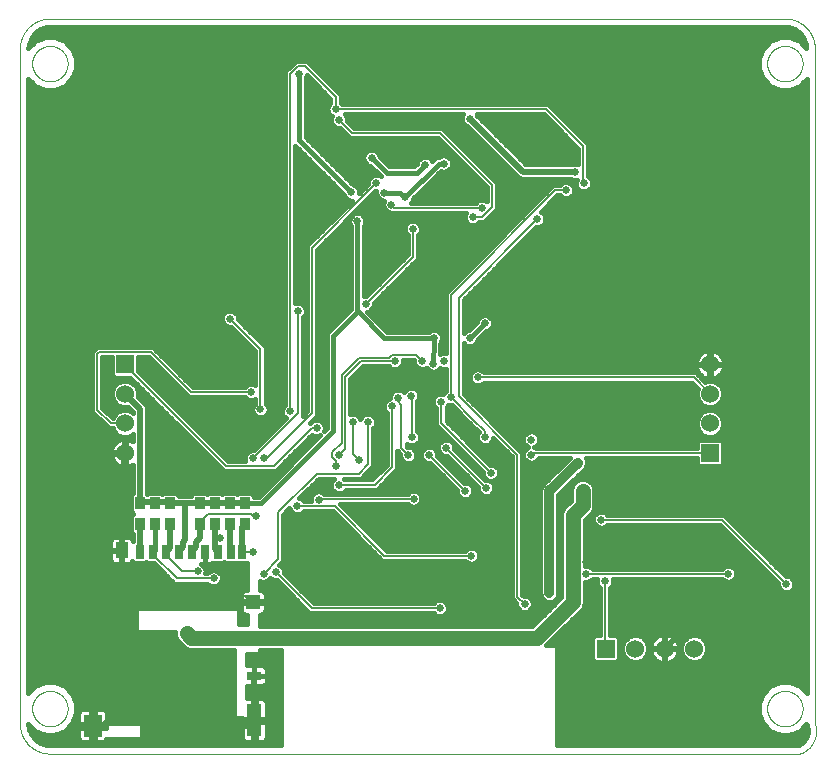
<source format=gbl>
G75*
%MOIN*%
%OFA0B0*%
%FSLAX25Y25*%
%IPPOS*%
%LPD*%
%AMOC8*
5,1,8,0,0,1.08239X$1,22.5*
%
%ADD10C,0.00000*%
%ADD11R,0.06000X0.06000*%
%ADD12C,0.06000*%
%ADD13R,0.03346X0.04134*%
%ADD14R,0.02756X0.04724*%
%ADD15R,0.03937X0.05512*%
%ADD16R,0.05906X0.07480*%
%ADD17R,0.04724X0.11024*%
%ADD18R,0.04724X0.03150*%
%ADD19R,0.04724X0.04724*%
%ADD20C,0.02000*%
%ADD21C,0.02578*%
%ADD22C,0.00600*%
%ADD23C,0.01600*%
%ADD24C,0.02400*%
%ADD25C,0.03200*%
%ADD26C,0.05000*%
D10*
X0081800Y0068933D02*
X0081800Y0293933D01*
X0081803Y0294175D01*
X0081812Y0294416D01*
X0081826Y0294657D01*
X0081847Y0294898D01*
X0081873Y0295138D01*
X0081905Y0295378D01*
X0081943Y0295617D01*
X0081986Y0295854D01*
X0082036Y0296091D01*
X0082091Y0296326D01*
X0082151Y0296560D01*
X0082218Y0296792D01*
X0082289Y0297023D01*
X0082367Y0297252D01*
X0082450Y0297479D01*
X0082538Y0297704D01*
X0082632Y0297927D01*
X0082731Y0298147D01*
X0082836Y0298365D01*
X0082945Y0298580D01*
X0083060Y0298793D01*
X0083180Y0299003D01*
X0083305Y0299209D01*
X0083435Y0299413D01*
X0083570Y0299614D01*
X0083710Y0299811D01*
X0083854Y0300005D01*
X0084003Y0300195D01*
X0084157Y0300381D01*
X0084315Y0300564D01*
X0084477Y0300743D01*
X0084644Y0300918D01*
X0084815Y0301089D01*
X0084990Y0301256D01*
X0085169Y0301418D01*
X0085352Y0301576D01*
X0085538Y0301730D01*
X0085728Y0301879D01*
X0085922Y0302023D01*
X0086119Y0302163D01*
X0086320Y0302298D01*
X0086524Y0302428D01*
X0086730Y0302553D01*
X0086940Y0302673D01*
X0087153Y0302788D01*
X0087368Y0302897D01*
X0087586Y0303002D01*
X0087806Y0303101D01*
X0088029Y0303195D01*
X0088254Y0303283D01*
X0088481Y0303366D01*
X0088710Y0303444D01*
X0088941Y0303515D01*
X0089173Y0303582D01*
X0089407Y0303642D01*
X0089642Y0303697D01*
X0089879Y0303747D01*
X0090116Y0303790D01*
X0090355Y0303828D01*
X0090595Y0303860D01*
X0090835Y0303886D01*
X0091076Y0303907D01*
X0091317Y0303921D01*
X0091558Y0303930D01*
X0091800Y0303933D01*
X0336800Y0303933D01*
X0337042Y0303930D01*
X0337283Y0303921D01*
X0337524Y0303907D01*
X0337765Y0303886D01*
X0338005Y0303860D01*
X0338245Y0303828D01*
X0338484Y0303790D01*
X0338721Y0303747D01*
X0338958Y0303697D01*
X0339193Y0303642D01*
X0339427Y0303582D01*
X0339659Y0303515D01*
X0339890Y0303444D01*
X0340119Y0303366D01*
X0340346Y0303283D01*
X0340571Y0303195D01*
X0340794Y0303101D01*
X0341014Y0303002D01*
X0341232Y0302897D01*
X0341447Y0302788D01*
X0341660Y0302673D01*
X0341870Y0302553D01*
X0342076Y0302428D01*
X0342280Y0302298D01*
X0342481Y0302163D01*
X0342678Y0302023D01*
X0342872Y0301879D01*
X0343062Y0301730D01*
X0343248Y0301576D01*
X0343431Y0301418D01*
X0343610Y0301256D01*
X0343785Y0301089D01*
X0343956Y0300918D01*
X0344123Y0300743D01*
X0344285Y0300564D01*
X0344443Y0300381D01*
X0344597Y0300195D01*
X0344746Y0300005D01*
X0344890Y0299811D01*
X0345030Y0299614D01*
X0345165Y0299413D01*
X0345295Y0299209D01*
X0345420Y0299003D01*
X0345540Y0298793D01*
X0345655Y0298580D01*
X0345764Y0298365D01*
X0345869Y0298147D01*
X0345968Y0297927D01*
X0346062Y0297704D01*
X0346150Y0297479D01*
X0346233Y0297252D01*
X0346311Y0297023D01*
X0346382Y0296792D01*
X0346449Y0296560D01*
X0346509Y0296326D01*
X0346564Y0296091D01*
X0346614Y0295854D01*
X0346657Y0295617D01*
X0346695Y0295378D01*
X0346727Y0295138D01*
X0346753Y0294898D01*
X0346774Y0294657D01*
X0346788Y0294416D01*
X0346797Y0294175D01*
X0346800Y0293933D01*
X0346800Y0068933D01*
X0346859Y0068751D01*
X0346912Y0068568D01*
X0346962Y0068383D01*
X0347007Y0068198D01*
X0347047Y0068011D01*
X0347083Y0067823D01*
X0347114Y0067635D01*
X0347141Y0067446D01*
X0347163Y0067256D01*
X0347181Y0067066D01*
X0347194Y0066875D01*
X0347202Y0066684D01*
X0347206Y0066493D01*
X0347205Y0066302D01*
X0347199Y0066111D01*
X0347189Y0065920D01*
X0347175Y0065730D01*
X0347155Y0065540D01*
X0347131Y0065350D01*
X0347103Y0065161D01*
X0347070Y0064973D01*
X0347032Y0064786D01*
X0346990Y0064599D01*
X0346944Y0064414D01*
X0346893Y0064230D01*
X0346837Y0064047D01*
X0346778Y0063866D01*
X0346713Y0063686D01*
X0346645Y0063507D01*
X0346572Y0063331D01*
X0346495Y0063156D01*
X0346414Y0062983D01*
X0346328Y0062812D01*
X0346239Y0062643D01*
X0346145Y0062477D01*
X0346047Y0062313D01*
X0345946Y0062151D01*
X0345840Y0061991D01*
X0345731Y0061835D01*
X0345618Y0061681D01*
X0345502Y0061529D01*
X0345381Y0061381D01*
X0345257Y0061235D01*
X0345130Y0061093D01*
X0344999Y0060954D01*
X0344865Y0060818D01*
X0344728Y0060685D01*
X0344587Y0060555D01*
X0344444Y0060429D01*
X0344297Y0060307D01*
X0344148Y0060188D01*
X0343995Y0060072D01*
X0343840Y0059961D01*
X0343683Y0059853D01*
X0343522Y0059749D01*
X0343360Y0059649D01*
X0343195Y0059553D01*
X0343027Y0059461D01*
X0342858Y0059373D01*
X0342686Y0059289D01*
X0342512Y0059209D01*
X0342337Y0059134D01*
X0342160Y0059062D01*
X0341981Y0058995D01*
X0341800Y0058933D01*
X0091800Y0058933D01*
X0091558Y0058936D01*
X0091317Y0058945D01*
X0091076Y0058959D01*
X0090835Y0058980D01*
X0090595Y0059006D01*
X0090355Y0059038D01*
X0090116Y0059076D01*
X0089879Y0059119D01*
X0089642Y0059169D01*
X0089407Y0059224D01*
X0089173Y0059284D01*
X0088941Y0059351D01*
X0088710Y0059422D01*
X0088481Y0059500D01*
X0088254Y0059583D01*
X0088029Y0059671D01*
X0087806Y0059765D01*
X0087586Y0059864D01*
X0087368Y0059969D01*
X0087153Y0060078D01*
X0086940Y0060193D01*
X0086730Y0060313D01*
X0086524Y0060438D01*
X0086320Y0060568D01*
X0086119Y0060703D01*
X0085922Y0060843D01*
X0085728Y0060987D01*
X0085538Y0061136D01*
X0085352Y0061290D01*
X0085169Y0061448D01*
X0084990Y0061610D01*
X0084815Y0061777D01*
X0084644Y0061948D01*
X0084477Y0062123D01*
X0084315Y0062302D01*
X0084157Y0062485D01*
X0084003Y0062671D01*
X0083854Y0062861D01*
X0083710Y0063055D01*
X0083570Y0063252D01*
X0083435Y0063453D01*
X0083305Y0063657D01*
X0083180Y0063863D01*
X0083060Y0064073D01*
X0082945Y0064286D01*
X0082836Y0064501D01*
X0082731Y0064719D01*
X0082632Y0064939D01*
X0082538Y0065162D01*
X0082450Y0065387D01*
X0082367Y0065614D01*
X0082289Y0065843D01*
X0082218Y0066074D01*
X0082151Y0066306D01*
X0082091Y0066540D01*
X0082036Y0066775D01*
X0081986Y0067012D01*
X0081943Y0067249D01*
X0081905Y0067488D01*
X0081873Y0067728D01*
X0081847Y0067968D01*
X0081826Y0068209D01*
X0081812Y0068450D01*
X0081803Y0068691D01*
X0081800Y0068933D01*
X0085894Y0073933D02*
X0085896Y0074086D01*
X0085902Y0074240D01*
X0085912Y0074393D01*
X0085926Y0074545D01*
X0085944Y0074698D01*
X0085966Y0074849D01*
X0085991Y0075000D01*
X0086021Y0075151D01*
X0086055Y0075301D01*
X0086092Y0075449D01*
X0086133Y0075597D01*
X0086178Y0075743D01*
X0086227Y0075889D01*
X0086280Y0076033D01*
X0086336Y0076175D01*
X0086396Y0076316D01*
X0086460Y0076456D01*
X0086527Y0076594D01*
X0086598Y0076730D01*
X0086673Y0076864D01*
X0086750Y0076996D01*
X0086832Y0077126D01*
X0086916Y0077254D01*
X0087004Y0077380D01*
X0087095Y0077503D01*
X0087189Y0077624D01*
X0087287Y0077742D01*
X0087387Y0077858D01*
X0087491Y0077971D01*
X0087597Y0078082D01*
X0087706Y0078190D01*
X0087818Y0078295D01*
X0087932Y0078396D01*
X0088050Y0078495D01*
X0088169Y0078591D01*
X0088291Y0078684D01*
X0088416Y0078773D01*
X0088543Y0078860D01*
X0088672Y0078942D01*
X0088803Y0079022D01*
X0088936Y0079098D01*
X0089071Y0079171D01*
X0089208Y0079240D01*
X0089347Y0079305D01*
X0089487Y0079367D01*
X0089629Y0079425D01*
X0089772Y0079480D01*
X0089917Y0079531D01*
X0090063Y0079578D01*
X0090210Y0079621D01*
X0090358Y0079660D01*
X0090507Y0079696D01*
X0090657Y0079727D01*
X0090808Y0079755D01*
X0090959Y0079779D01*
X0091112Y0079799D01*
X0091264Y0079815D01*
X0091417Y0079827D01*
X0091570Y0079835D01*
X0091723Y0079839D01*
X0091877Y0079839D01*
X0092030Y0079835D01*
X0092183Y0079827D01*
X0092336Y0079815D01*
X0092488Y0079799D01*
X0092641Y0079779D01*
X0092792Y0079755D01*
X0092943Y0079727D01*
X0093093Y0079696D01*
X0093242Y0079660D01*
X0093390Y0079621D01*
X0093537Y0079578D01*
X0093683Y0079531D01*
X0093828Y0079480D01*
X0093971Y0079425D01*
X0094113Y0079367D01*
X0094253Y0079305D01*
X0094392Y0079240D01*
X0094529Y0079171D01*
X0094664Y0079098D01*
X0094797Y0079022D01*
X0094928Y0078942D01*
X0095057Y0078860D01*
X0095184Y0078773D01*
X0095309Y0078684D01*
X0095431Y0078591D01*
X0095550Y0078495D01*
X0095668Y0078396D01*
X0095782Y0078295D01*
X0095894Y0078190D01*
X0096003Y0078082D01*
X0096109Y0077971D01*
X0096213Y0077858D01*
X0096313Y0077742D01*
X0096411Y0077624D01*
X0096505Y0077503D01*
X0096596Y0077380D01*
X0096684Y0077254D01*
X0096768Y0077126D01*
X0096850Y0076996D01*
X0096927Y0076864D01*
X0097002Y0076730D01*
X0097073Y0076594D01*
X0097140Y0076456D01*
X0097204Y0076316D01*
X0097264Y0076175D01*
X0097320Y0076033D01*
X0097373Y0075889D01*
X0097422Y0075743D01*
X0097467Y0075597D01*
X0097508Y0075449D01*
X0097545Y0075301D01*
X0097579Y0075151D01*
X0097609Y0075000D01*
X0097634Y0074849D01*
X0097656Y0074698D01*
X0097674Y0074545D01*
X0097688Y0074393D01*
X0097698Y0074240D01*
X0097704Y0074086D01*
X0097706Y0073933D01*
X0097704Y0073780D01*
X0097698Y0073626D01*
X0097688Y0073473D01*
X0097674Y0073321D01*
X0097656Y0073168D01*
X0097634Y0073017D01*
X0097609Y0072866D01*
X0097579Y0072715D01*
X0097545Y0072565D01*
X0097508Y0072417D01*
X0097467Y0072269D01*
X0097422Y0072123D01*
X0097373Y0071977D01*
X0097320Y0071833D01*
X0097264Y0071691D01*
X0097204Y0071550D01*
X0097140Y0071410D01*
X0097073Y0071272D01*
X0097002Y0071136D01*
X0096927Y0071002D01*
X0096850Y0070870D01*
X0096768Y0070740D01*
X0096684Y0070612D01*
X0096596Y0070486D01*
X0096505Y0070363D01*
X0096411Y0070242D01*
X0096313Y0070124D01*
X0096213Y0070008D01*
X0096109Y0069895D01*
X0096003Y0069784D01*
X0095894Y0069676D01*
X0095782Y0069571D01*
X0095668Y0069470D01*
X0095550Y0069371D01*
X0095431Y0069275D01*
X0095309Y0069182D01*
X0095184Y0069093D01*
X0095057Y0069006D01*
X0094928Y0068924D01*
X0094797Y0068844D01*
X0094664Y0068768D01*
X0094529Y0068695D01*
X0094392Y0068626D01*
X0094253Y0068561D01*
X0094113Y0068499D01*
X0093971Y0068441D01*
X0093828Y0068386D01*
X0093683Y0068335D01*
X0093537Y0068288D01*
X0093390Y0068245D01*
X0093242Y0068206D01*
X0093093Y0068170D01*
X0092943Y0068139D01*
X0092792Y0068111D01*
X0092641Y0068087D01*
X0092488Y0068067D01*
X0092336Y0068051D01*
X0092183Y0068039D01*
X0092030Y0068031D01*
X0091877Y0068027D01*
X0091723Y0068027D01*
X0091570Y0068031D01*
X0091417Y0068039D01*
X0091264Y0068051D01*
X0091112Y0068067D01*
X0090959Y0068087D01*
X0090808Y0068111D01*
X0090657Y0068139D01*
X0090507Y0068170D01*
X0090358Y0068206D01*
X0090210Y0068245D01*
X0090063Y0068288D01*
X0089917Y0068335D01*
X0089772Y0068386D01*
X0089629Y0068441D01*
X0089487Y0068499D01*
X0089347Y0068561D01*
X0089208Y0068626D01*
X0089071Y0068695D01*
X0088936Y0068768D01*
X0088803Y0068844D01*
X0088672Y0068924D01*
X0088543Y0069006D01*
X0088416Y0069093D01*
X0088291Y0069182D01*
X0088169Y0069275D01*
X0088050Y0069371D01*
X0087932Y0069470D01*
X0087818Y0069571D01*
X0087706Y0069676D01*
X0087597Y0069784D01*
X0087491Y0069895D01*
X0087387Y0070008D01*
X0087287Y0070124D01*
X0087189Y0070242D01*
X0087095Y0070363D01*
X0087004Y0070486D01*
X0086916Y0070612D01*
X0086832Y0070740D01*
X0086750Y0070870D01*
X0086673Y0071002D01*
X0086598Y0071136D01*
X0086527Y0071272D01*
X0086460Y0071410D01*
X0086396Y0071550D01*
X0086336Y0071691D01*
X0086280Y0071833D01*
X0086227Y0071977D01*
X0086178Y0072123D01*
X0086133Y0072269D01*
X0086092Y0072417D01*
X0086055Y0072565D01*
X0086021Y0072715D01*
X0085991Y0072866D01*
X0085966Y0073017D01*
X0085944Y0073168D01*
X0085926Y0073321D01*
X0085912Y0073473D01*
X0085902Y0073626D01*
X0085896Y0073780D01*
X0085894Y0073933D01*
X0330894Y0073933D02*
X0330896Y0074086D01*
X0330902Y0074240D01*
X0330912Y0074393D01*
X0330926Y0074545D01*
X0330944Y0074698D01*
X0330966Y0074849D01*
X0330991Y0075000D01*
X0331021Y0075151D01*
X0331055Y0075301D01*
X0331092Y0075449D01*
X0331133Y0075597D01*
X0331178Y0075743D01*
X0331227Y0075889D01*
X0331280Y0076033D01*
X0331336Y0076175D01*
X0331396Y0076316D01*
X0331460Y0076456D01*
X0331527Y0076594D01*
X0331598Y0076730D01*
X0331673Y0076864D01*
X0331750Y0076996D01*
X0331832Y0077126D01*
X0331916Y0077254D01*
X0332004Y0077380D01*
X0332095Y0077503D01*
X0332189Y0077624D01*
X0332287Y0077742D01*
X0332387Y0077858D01*
X0332491Y0077971D01*
X0332597Y0078082D01*
X0332706Y0078190D01*
X0332818Y0078295D01*
X0332932Y0078396D01*
X0333050Y0078495D01*
X0333169Y0078591D01*
X0333291Y0078684D01*
X0333416Y0078773D01*
X0333543Y0078860D01*
X0333672Y0078942D01*
X0333803Y0079022D01*
X0333936Y0079098D01*
X0334071Y0079171D01*
X0334208Y0079240D01*
X0334347Y0079305D01*
X0334487Y0079367D01*
X0334629Y0079425D01*
X0334772Y0079480D01*
X0334917Y0079531D01*
X0335063Y0079578D01*
X0335210Y0079621D01*
X0335358Y0079660D01*
X0335507Y0079696D01*
X0335657Y0079727D01*
X0335808Y0079755D01*
X0335959Y0079779D01*
X0336112Y0079799D01*
X0336264Y0079815D01*
X0336417Y0079827D01*
X0336570Y0079835D01*
X0336723Y0079839D01*
X0336877Y0079839D01*
X0337030Y0079835D01*
X0337183Y0079827D01*
X0337336Y0079815D01*
X0337488Y0079799D01*
X0337641Y0079779D01*
X0337792Y0079755D01*
X0337943Y0079727D01*
X0338093Y0079696D01*
X0338242Y0079660D01*
X0338390Y0079621D01*
X0338537Y0079578D01*
X0338683Y0079531D01*
X0338828Y0079480D01*
X0338971Y0079425D01*
X0339113Y0079367D01*
X0339253Y0079305D01*
X0339392Y0079240D01*
X0339529Y0079171D01*
X0339664Y0079098D01*
X0339797Y0079022D01*
X0339928Y0078942D01*
X0340057Y0078860D01*
X0340184Y0078773D01*
X0340309Y0078684D01*
X0340431Y0078591D01*
X0340550Y0078495D01*
X0340668Y0078396D01*
X0340782Y0078295D01*
X0340894Y0078190D01*
X0341003Y0078082D01*
X0341109Y0077971D01*
X0341213Y0077858D01*
X0341313Y0077742D01*
X0341411Y0077624D01*
X0341505Y0077503D01*
X0341596Y0077380D01*
X0341684Y0077254D01*
X0341768Y0077126D01*
X0341850Y0076996D01*
X0341927Y0076864D01*
X0342002Y0076730D01*
X0342073Y0076594D01*
X0342140Y0076456D01*
X0342204Y0076316D01*
X0342264Y0076175D01*
X0342320Y0076033D01*
X0342373Y0075889D01*
X0342422Y0075743D01*
X0342467Y0075597D01*
X0342508Y0075449D01*
X0342545Y0075301D01*
X0342579Y0075151D01*
X0342609Y0075000D01*
X0342634Y0074849D01*
X0342656Y0074698D01*
X0342674Y0074545D01*
X0342688Y0074393D01*
X0342698Y0074240D01*
X0342704Y0074086D01*
X0342706Y0073933D01*
X0342704Y0073780D01*
X0342698Y0073626D01*
X0342688Y0073473D01*
X0342674Y0073321D01*
X0342656Y0073168D01*
X0342634Y0073017D01*
X0342609Y0072866D01*
X0342579Y0072715D01*
X0342545Y0072565D01*
X0342508Y0072417D01*
X0342467Y0072269D01*
X0342422Y0072123D01*
X0342373Y0071977D01*
X0342320Y0071833D01*
X0342264Y0071691D01*
X0342204Y0071550D01*
X0342140Y0071410D01*
X0342073Y0071272D01*
X0342002Y0071136D01*
X0341927Y0071002D01*
X0341850Y0070870D01*
X0341768Y0070740D01*
X0341684Y0070612D01*
X0341596Y0070486D01*
X0341505Y0070363D01*
X0341411Y0070242D01*
X0341313Y0070124D01*
X0341213Y0070008D01*
X0341109Y0069895D01*
X0341003Y0069784D01*
X0340894Y0069676D01*
X0340782Y0069571D01*
X0340668Y0069470D01*
X0340550Y0069371D01*
X0340431Y0069275D01*
X0340309Y0069182D01*
X0340184Y0069093D01*
X0340057Y0069006D01*
X0339928Y0068924D01*
X0339797Y0068844D01*
X0339664Y0068768D01*
X0339529Y0068695D01*
X0339392Y0068626D01*
X0339253Y0068561D01*
X0339113Y0068499D01*
X0338971Y0068441D01*
X0338828Y0068386D01*
X0338683Y0068335D01*
X0338537Y0068288D01*
X0338390Y0068245D01*
X0338242Y0068206D01*
X0338093Y0068170D01*
X0337943Y0068139D01*
X0337792Y0068111D01*
X0337641Y0068087D01*
X0337488Y0068067D01*
X0337336Y0068051D01*
X0337183Y0068039D01*
X0337030Y0068031D01*
X0336877Y0068027D01*
X0336723Y0068027D01*
X0336570Y0068031D01*
X0336417Y0068039D01*
X0336264Y0068051D01*
X0336112Y0068067D01*
X0335959Y0068087D01*
X0335808Y0068111D01*
X0335657Y0068139D01*
X0335507Y0068170D01*
X0335358Y0068206D01*
X0335210Y0068245D01*
X0335063Y0068288D01*
X0334917Y0068335D01*
X0334772Y0068386D01*
X0334629Y0068441D01*
X0334487Y0068499D01*
X0334347Y0068561D01*
X0334208Y0068626D01*
X0334071Y0068695D01*
X0333936Y0068768D01*
X0333803Y0068844D01*
X0333672Y0068924D01*
X0333543Y0069006D01*
X0333416Y0069093D01*
X0333291Y0069182D01*
X0333169Y0069275D01*
X0333050Y0069371D01*
X0332932Y0069470D01*
X0332818Y0069571D01*
X0332706Y0069676D01*
X0332597Y0069784D01*
X0332491Y0069895D01*
X0332387Y0070008D01*
X0332287Y0070124D01*
X0332189Y0070242D01*
X0332095Y0070363D01*
X0332004Y0070486D01*
X0331916Y0070612D01*
X0331832Y0070740D01*
X0331750Y0070870D01*
X0331673Y0071002D01*
X0331598Y0071136D01*
X0331527Y0071272D01*
X0331460Y0071410D01*
X0331396Y0071550D01*
X0331336Y0071691D01*
X0331280Y0071833D01*
X0331227Y0071977D01*
X0331178Y0072123D01*
X0331133Y0072269D01*
X0331092Y0072417D01*
X0331055Y0072565D01*
X0331021Y0072715D01*
X0330991Y0072866D01*
X0330966Y0073017D01*
X0330944Y0073168D01*
X0330926Y0073321D01*
X0330912Y0073473D01*
X0330902Y0073626D01*
X0330896Y0073780D01*
X0330894Y0073933D01*
X0330894Y0288933D02*
X0330896Y0289086D01*
X0330902Y0289240D01*
X0330912Y0289393D01*
X0330926Y0289545D01*
X0330944Y0289698D01*
X0330966Y0289849D01*
X0330991Y0290000D01*
X0331021Y0290151D01*
X0331055Y0290301D01*
X0331092Y0290449D01*
X0331133Y0290597D01*
X0331178Y0290743D01*
X0331227Y0290889D01*
X0331280Y0291033D01*
X0331336Y0291175D01*
X0331396Y0291316D01*
X0331460Y0291456D01*
X0331527Y0291594D01*
X0331598Y0291730D01*
X0331673Y0291864D01*
X0331750Y0291996D01*
X0331832Y0292126D01*
X0331916Y0292254D01*
X0332004Y0292380D01*
X0332095Y0292503D01*
X0332189Y0292624D01*
X0332287Y0292742D01*
X0332387Y0292858D01*
X0332491Y0292971D01*
X0332597Y0293082D01*
X0332706Y0293190D01*
X0332818Y0293295D01*
X0332932Y0293396D01*
X0333050Y0293495D01*
X0333169Y0293591D01*
X0333291Y0293684D01*
X0333416Y0293773D01*
X0333543Y0293860D01*
X0333672Y0293942D01*
X0333803Y0294022D01*
X0333936Y0294098D01*
X0334071Y0294171D01*
X0334208Y0294240D01*
X0334347Y0294305D01*
X0334487Y0294367D01*
X0334629Y0294425D01*
X0334772Y0294480D01*
X0334917Y0294531D01*
X0335063Y0294578D01*
X0335210Y0294621D01*
X0335358Y0294660D01*
X0335507Y0294696D01*
X0335657Y0294727D01*
X0335808Y0294755D01*
X0335959Y0294779D01*
X0336112Y0294799D01*
X0336264Y0294815D01*
X0336417Y0294827D01*
X0336570Y0294835D01*
X0336723Y0294839D01*
X0336877Y0294839D01*
X0337030Y0294835D01*
X0337183Y0294827D01*
X0337336Y0294815D01*
X0337488Y0294799D01*
X0337641Y0294779D01*
X0337792Y0294755D01*
X0337943Y0294727D01*
X0338093Y0294696D01*
X0338242Y0294660D01*
X0338390Y0294621D01*
X0338537Y0294578D01*
X0338683Y0294531D01*
X0338828Y0294480D01*
X0338971Y0294425D01*
X0339113Y0294367D01*
X0339253Y0294305D01*
X0339392Y0294240D01*
X0339529Y0294171D01*
X0339664Y0294098D01*
X0339797Y0294022D01*
X0339928Y0293942D01*
X0340057Y0293860D01*
X0340184Y0293773D01*
X0340309Y0293684D01*
X0340431Y0293591D01*
X0340550Y0293495D01*
X0340668Y0293396D01*
X0340782Y0293295D01*
X0340894Y0293190D01*
X0341003Y0293082D01*
X0341109Y0292971D01*
X0341213Y0292858D01*
X0341313Y0292742D01*
X0341411Y0292624D01*
X0341505Y0292503D01*
X0341596Y0292380D01*
X0341684Y0292254D01*
X0341768Y0292126D01*
X0341850Y0291996D01*
X0341927Y0291864D01*
X0342002Y0291730D01*
X0342073Y0291594D01*
X0342140Y0291456D01*
X0342204Y0291316D01*
X0342264Y0291175D01*
X0342320Y0291033D01*
X0342373Y0290889D01*
X0342422Y0290743D01*
X0342467Y0290597D01*
X0342508Y0290449D01*
X0342545Y0290301D01*
X0342579Y0290151D01*
X0342609Y0290000D01*
X0342634Y0289849D01*
X0342656Y0289698D01*
X0342674Y0289545D01*
X0342688Y0289393D01*
X0342698Y0289240D01*
X0342704Y0289086D01*
X0342706Y0288933D01*
X0342704Y0288780D01*
X0342698Y0288626D01*
X0342688Y0288473D01*
X0342674Y0288321D01*
X0342656Y0288168D01*
X0342634Y0288017D01*
X0342609Y0287866D01*
X0342579Y0287715D01*
X0342545Y0287565D01*
X0342508Y0287417D01*
X0342467Y0287269D01*
X0342422Y0287123D01*
X0342373Y0286977D01*
X0342320Y0286833D01*
X0342264Y0286691D01*
X0342204Y0286550D01*
X0342140Y0286410D01*
X0342073Y0286272D01*
X0342002Y0286136D01*
X0341927Y0286002D01*
X0341850Y0285870D01*
X0341768Y0285740D01*
X0341684Y0285612D01*
X0341596Y0285486D01*
X0341505Y0285363D01*
X0341411Y0285242D01*
X0341313Y0285124D01*
X0341213Y0285008D01*
X0341109Y0284895D01*
X0341003Y0284784D01*
X0340894Y0284676D01*
X0340782Y0284571D01*
X0340668Y0284470D01*
X0340550Y0284371D01*
X0340431Y0284275D01*
X0340309Y0284182D01*
X0340184Y0284093D01*
X0340057Y0284006D01*
X0339928Y0283924D01*
X0339797Y0283844D01*
X0339664Y0283768D01*
X0339529Y0283695D01*
X0339392Y0283626D01*
X0339253Y0283561D01*
X0339113Y0283499D01*
X0338971Y0283441D01*
X0338828Y0283386D01*
X0338683Y0283335D01*
X0338537Y0283288D01*
X0338390Y0283245D01*
X0338242Y0283206D01*
X0338093Y0283170D01*
X0337943Y0283139D01*
X0337792Y0283111D01*
X0337641Y0283087D01*
X0337488Y0283067D01*
X0337336Y0283051D01*
X0337183Y0283039D01*
X0337030Y0283031D01*
X0336877Y0283027D01*
X0336723Y0283027D01*
X0336570Y0283031D01*
X0336417Y0283039D01*
X0336264Y0283051D01*
X0336112Y0283067D01*
X0335959Y0283087D01*
X0335808Y0283111D01*
X0335657Y0283139D01*
X0335507Y0283170D01*
X0335358Y0283206D01*
X0335210Y0283245D01*
X0335063Y0283288D01*
X0334917Y0283335D01*
X0334772Y0283386D01*
X0334629Y0283441D01*
X0334487Y0283499D01*
X0334347Y0283561D01*
X0334208Y0283626D01*
X0334071Y0283695D01*
X0333936Y0283768D01*
X0333803Y0283844D01*
X0333672Y0283924D01*
X0333543Y0284006D01*
X0333416Y0284093D01*
X0333291Y0284182D01*
X0333169Y0284275D01*
X0333050Y0284371D01*
X0332932Y0284470D01*
X0332818Y0284571D01*
X0332706Y0284676D01*
X0332597Y0284784D01*
X0332491Y0284895D01*
X0332387Y0285008D01*
X0332287Y0285124D01*
X0332189Y0285242D01*
X0332095Y0285363D01*
X0332004Y0285486D01*
X0331916Y0285612D01*
X0331832Y0285740D01*
X0331750Y0285870D01*
X0331673Y0286002D01*
X0331598Y0286136D01*
X0331527Y0286272D01*
X0331460Y0286410D01*
X0331396Y0286550D01*
X0331336Y0286691D01*
X0331280Y0286833D01*
X0331227Y0286977D01*
X0331178Y0287123D01*
X0331133Y0287269D01*
X0331092Y0287417D01*
X0331055Y0287565D01*
X0331021Y0287715D01*
X0330991Y0287866D01*
X0330966Y0288017D01*
X0330944Y0288168D01*
X0330926Y0288321D01*
X0330912Y0288473D01*
X0330902Y0288626D01*
X0330896Y0288780D01*
X0330894Y0288933D01*
X0085894Y0288933D02*
X0085896Y0289086D01*
X0085902Y0289240D01*
X0085912Y0289393D01*
X0085926Y0289545D01*
X0085944Y0289698D01*
X0085966Y0289849D01*
X0085991Y0290000D01*
X0086021Y0290151D01*
X0086055Y0290301D01*
X0086092Y0290449D01*
X0086133Y0290597D01*
X0086178Y0290743D01*
X0086227Y0290889D01*
X0086280Y0291033D01*
X0086336Y0291175D01*
X0086396Y0291316D01*
X0086460Y0291456D01*
X0086527Y0291594D01*
X0086598Y0291730D01*
X0086673Y0291864D01*
X0086750Y0291996D01*
X0086832Y0292126D01*
X0086916Y0292254D01*
X0087004Y0292380D01*
X0087095Y0292503D01*
X0087189Y0292624D01*
X0087287Y0292742D01*
X0087387Y0292858D01*
X0087491Y0292971D01*
X0087597Y0293082D01*
X0087706Y0293190D01*
X0087818Y0293295D01*
X0087932Y0293396D01*
X0088050Y0293495D01*
X0088169Y0293591D01*
X0088291Y0293684D01*
X0088416Y0293773D01*
X0088543Y0293860D01*
X0088672Y0293942D01*
X0088803Y0294022D01*
X0088936Y0294098D01*
X0089071Y0294171D01*
X0089208Y0294240D01*
X0089347Y0294305D01*
X0089487Y0294367D01*
X0089629Y0294425D01*
X0089772Y0294480D01*
X0089917Y0294531D01*
X0090063Y0294578D01*
X0090210Y0294621D01*
X0090358Y0294660D01*
X0090507Y0294696D01*
X0090657Y0294727D01*
X0090808Y0294755D01*
X0090959Y0294779D01*
X0091112Y0294799D01*
X0091264Y0294815D01*
X0091417Y0294827D01*
X0091570Y0294835D01*
X0091723Y0294839D01*
X0091877Y0294839D01*
X0092030Y0294835D01*
X0092183Y0294827D01*
X0092336Y0294815D01*
X0092488Y0294799D01*
X0092641Y0294779D01*
X0092792Y0294755D01*
X0092943Y0294727D01*
X0093093Y0294696D01*
X0093242Y0294660D01*
X0093390Y0294621D01*
X0093537Y0294578D01*
X0093683Y0294531D01*
X0093828Y0294480D01*
X0093971Y0294425D01*
X0094113Y0294367D01*
X0094253Y0294305D01*
X0094392Y0294240D01*
X0094529Y0294171D01*
X0094664Y0294098D01*
X0094797Y0294022D01*
X0094928Y0293942D01*
X0095057Y0293860D01*
X0095184Y0293773D01*
X0095309Y0293684D01*
X0095431Y0293591D01*
X0095550Y0293495D01*
X0095668Y0293396D01*
X0095782Y0293295D01*
X0095894Y0293190D01*
X0096003Y0293082D01*
X0096109Y0292971D01*
X0096213Y0292858D01*
X0096313Y0292742D01*
X0096411Y0292624D01*
X0096505Y0292503D01*
X0096596Y0292380D01*
X0096684Y0292254D01*
X0096768Y0292126D01*
X0096850Y0291996D01*
X0096927Y0291864D01*
X0097002Y0291730D01*
X0097073Y0291594D01*
X0097140Y0291456D01*
X0097204Y0291316D01*
X0097264Y0291175D01*
X0097320Y0291033D01*
X0097373Y0290889D01*
X0097422Y0290743D01*
X0097467Y0290597D01*
X0097508Y0290449D01*
X0097545Y0290301D01*
X0097579Y0290151D01*
X0097609Y0290000D01*
X0097634Y0289849D01*
X0097656Y0289698D01*
X0097674Y0289545D01*
X0097688Y0289393D01*
X0097698Y0289240D01*
X0097704Y0289086D01*
X0097706Y0288933D01*
X0097704Y0288780D01*
X0097698Y0288626D01*
X0097688Y0288473D01*
X0097674Y0288321D01*
X0097656Y0288168D01*
X0097634Y0288017D01*
X0097609Y0287866D01*
X0097579Y0287715D01*
X0097545Y0287565D01*
X0097508Y0287417D01*
X0097467Y0287269D01*
X0097422Y0287123D01*
X0097373Y0286977D01*
X0097320Y0286833D01*
X0097264Y0286691D01*
X0097204Y0286550D01*
X0097140Y0286410D01*
X0097073Y0286272D01*
X0097002Y0286136D01*
X0096927Y0286002D01*
X0096850Y0285870D01*
X0096768Y0285740D01*
X0096684Y0285612D01*
X0096596Y0285486D01*
X0096505Y0285363D01*
X0096411Y0285242D01*
X0096313Y0285124D01*
X0096213Y0285008D01*
X0096109Y0284895D01*
X0096003Y0284784D01*
X0095894Y0284676D01*
X0095782Y0284571D01*
X0095668Y0284470D01*
X0095550Y0284371D01*
X0095431Y0284275D01*
X0095309Y0284182D01*
X0095184Y0284093D01*
X0095057Y0284006D01*
X0094928Y0283924D01*
X0094797Y0283844D01*
X0094664Y0283768D01*
X0094529Y0283695D01*
X0094392Y0283626D01*
X0094253Y0283561D01*
X0094113Y0283499D01*
X0093971Y0283441D01*
X0093828Y0283386D01*
X0093683Y0283335D01*
X0093537Y0283288D01*
X0093390Y0283245D01*
X0093242Y0283206D01*
X0093093Y0283170D01*
X0092943Y0283139D01*
X0092792Y0283111D01*
X0092641Y0283087D01*
X0092488Y0283067D01*
X0092336Y0283051D01*
X0092183Y0283039D01*
X0092030Y0283031D01*
X0091877Y0283027D01*
X0091723Y0283027D01*
X0091570Y0283031D01*
X0091417Y0283039D01*
X0091264Y0283051D01*
X0091112Y0283067D01*
X0090959Y0283087D01*
X0090808Y0283111D01*
X0090657Y0283139D01*
X0090507Y0283170D01*
X0090358Y0283206D01*
X0090210Y0283245D01*
X0090063Y0283288D01*
X0089917Y0283335D01*
X0089772Y0283386D01*
X0089629Y0283441D01*
X0089487Y0283499D01*
X0089347Y0283561D01*
X0089208Y0283626D01*
X0089071Y0283695D01*
X0088936Y0283768D01*
X0088803Y0283844D01*
X0088672Y0283924D01*
X0088543Y0284006D01*
X0088416Y0284093D01*
X0088291Y0284182D01*
X0088169Y0284275D01*
X0088050Y0284371D01*
X0087932Y0284470D01*
X0087818Y0284571D01*
X0087706Y0284676D01*
X0087597Y0284784D01*
X0087491Y0284895D01*
X0087387Y0285008D01*
X0087287Y0285124D01*
X0087189Y0285242D01*
X0087095Y0285363D01*
X0087004Y0285486D01*
X0086916Y0285612D01*
X0086832Y0285740D01*
X0086750Y0285870D01*
X0086673Y0286002D01*
X0086598Y0286136D01*
X0086527Y0286272D01*
X0086460Y0286410D01*
X0086396Y0286550D01*
X0086336Y0286691D01*
X0086280Y0286833D01*
X0086227Y0286977D01*
X0086178Y0287123D01*
X0086133Y0287269D01*
X0086092Y0287417D01*
X0086055Y0287565D01*
X0086021Y0287715D01*
X0085991Y0287866D01*
X0085966Y0288017D01*
X0085944Y0288168D01*
X0085926Y0288321D01*
X0085912Y0288473D01*
X0085902Y0288626D01*
X0085896Y0288780D01*
X0085894Y0288933D01*
D11*
X0116800Y0188697D03*
X0277036Y0093933D03*
X0311800Y0159169D03*
D12*
X0311800Y0169012D03*
X0311800Y0178854D03*
X0311800Y0188697D03*
X0306564Y0093933D03*
X0296721Y0093933D03*
X0286879Y0093933D03*
X0116800Y0159169D03*
X0116800Y0169012D03*
X0116800Y0178854D03*
D13*
X0121800Y0142378D03*
X0126800Y0142378D03*
X0131800Y0142378D03*
X0131800Y0135488D03*
X0126800Y0135488D03*
X0121800Y0135488D03*
X0141800Y0135488D03*
X0146800Y0135488D03*
X0151800Y0135488D03*
X0156800Y0135488D03*
X0156800Y0142378D03*
X0151800Y0142378D03*
X0146800Y0142378D03*
X0141800Y0142378D03*
D14*
X0143454Y0126295D03*
X0147784Y0126295D03*
X0152115Y0126295D03*
X0155855Y0126295D03*
X0139123Y0126295D03*
X0134792Y0126295D03*
X0130461Y0126295D03*
X0126131Y0126295D03*
X0121800Y0126295D03*
D15*
X0115698Y0126689D03*
D16*
X0106052Y0068224D03*
D17*
X0159989Y0069996D03*
D18*
X0159989Y0084957D03*
D19*
X0159595Y0109366D03*
D20*
X0160957Y0108004D01*
X0155855Y0126295D02*
X0155855Y0129433D01*
X0155855Y0134543D01*
X0156800Y0135488D01*
X0151800Y0135488D02*
X0151800Y0126610D01*
X0152115Y0126295D01*
X0147784Y0126295D02*
X0146800Y0127280D01*
X0146800Y0130933D01*
X0146800Y0135488D01*
X0141800Y0135488D02*
X0141800Y0130645D01*
X0140476Y0129320D01*
X0140476Y0127648D01*
X0139123Y0126295D01*
X0136145Y0127648D02*
X0136145Y0129320D01*
X0136800Y0129975D01*
X0136800Y0142378D01*
X0141800Y0142378D01*
X0146800Y0142378D01*
X0151800Y0142378D01*
X0156800Y0142378D01*
X0136800Y0142378D02*
X0131800Y0142378D01*
X0131800Y0142933D02*
X0127355Y0142933D01*
X0126800Y0142378D01*
X0127000Y0142933D02*
X0122355Y0142933D01*
X0121800Y0142378D01*
X0121800Y0173854D01*
X0116800Y0178854D01*
X0121800Y0135488D02*
X0121800Y0126295D01*
X0126131Y0126295D02*
X0126800Y0126965D01*
X0130461Y0126295D02*
X0131800Y0127634D01*
X0131800Y0135488D01*
X0136145Y0127648D02*
X0134792Y0126295D01*
X0115698Y0126689D02*
X0115698Y0109933D01*
X0115698Y0072870D01*
X0115800Y0072768D01*
X0115800Y0069421D01*
X0122214Y0069421D01*
X0123411Y0068224D01*
X0158217Y0068224D01*
X0159989Y0069996D01*
X0159989Y0084957D01*
X0115800Y0069421D02*
X0110756Y0069421D01*
X0109559Y0068224D01*
X0106052Y0068224D01*
X0296721Y0093933D02*
X0303800Y0101012D01*
X0303800Y0115044D01*
X0266800Y0252933D02*
X0249454Y0252933D01*
X0231800Y0270587D01*
D21*
X0231800Y0270587D03*
X0236300Y0270433D03*
X0237300Y0260433D03*
X0234300Y0256933D03*
X0232800Y0249433D03*
X0232800Y0243433D03*
X0235800Y0240933D03*
X0232700Y0237733D03*
X0238300Y0236933D03*
X0246800Y0236933D03*
X0250300Y0241433D03*
X0254200Y0237133D03*
X0257800Y0237433D03*
X0263800Y0246733D03*
X0269800Y0249133D03*
X0266800Y0252933D03*
X0261800Y0259933D03*
X0254800Y0255933D03*
X0249300Y0257433D03*
X0249800Y0267933D03*
X0228800Y0283933D03*
X0232300Y0293933D03*
X0221800Y0293933D03*
X0212300Y0293933D03*
X0201300Y0293933D03*
X0204800Y0283933D03*
X0188200Y0270133D03*
X0187000Y0273733D03*
X0181300Y0262433D03*
X0192300Y0260433D03*
X0199000Y0257533D03*
X0202800Y0262433D03*
X0207800Y0255933D03*
X0212300Y0255933D03*
X0216900Y0255233D03*
X0220300Y0249433D03*
X0221600Y0243133D03*
X0222300Y0232933D03*
X0215800Y0228933D03*
X0212800Y0233833D03*
X0208800Y0233433D03*
X0205600Y0241933D03*
X0203300Y0245933D03*
X0200600Y0249033D03*
X0192300Y0245988D03*
X0194300Y0236422D03*
X0180300Y0242433D03*
X0210189Y0244344D03*
X0223100Y0255633D03*
X0215550Y0263433D03*
X0242300Y0245933D03*
X0247600Y0245533D03*
X0288300Y0250433D03*
X0309800Y0260933D03*
X0309800Y0266433D03*
X0296300Y0272933D03*
X0304300Y0231433D03*
X0271800Y0209433D03*
X0265800Y0209433D03*
X0259800Y0194433D03*
X0259800Y0181933D03*
X0266800Y0180433D03*
X0277300Y0179933D03*
X0278300Y0172433D03*
X0288800Y0172933D03*
X0289800Y0178933D03*
X0299800Y0179933D03*
X0299800Y0188933D03*
X0289800Y0188433D03*
X0289800Y0196933D03*
X0276800Y0197433D03*
X0276800Y0187933D03*
X0252233Y0163618D03*
X0252233Y0158618D03*
X0255550Y0149683D03*
X0262300Y0142933D03*
X0269366Y0146433D03*
X0275550Y0136933D03*
X0271800Y0133433D03*
X0274300Y0130933D03*
X0270550Y0122933D03*
X0270611Y0118933D03*
X0272800Y0114433D03*
X0276800Y0116334D03*
X0272800Y0107933D03*
X0268300Y0103433D03*
X0274050Y0099433D03*
X0281800Y0101433D03*
X0284300Y0088933D03*
X0258300Y0112433D03*
X0250000Y0108833D03*
X0244300Y0103433D03*
X0221800Y0107533D03*
X0215300Y0102433D03*
X0225300Y0118433D03*
X0232300Y0124933D03*
X0216800Y0128933D03*
X0225300Y0139433D03*
X0213111Y0143933D03*
X0204300Y0139433D03*
X0188200Y0148333D03*
X0187000Y0154933D03*
X0188200Y0158533D03*
X0194789Y0156933D03*
X0192789Y0169484D03*
X0197800Y0169484D03*
X0205800Y0174733D03*
X0207822Y0177611D03*
X0212200Y0178233D03*
X0215800Y0178033D03*
X0222111Y0176244D03*
X0225400Y0177733D03*
X0234400Y0184333D03*
X0245800Y0181933D03*
X0245800Y0197433D03*
X0236800Y0195433D03*
X0231800Y0197433D03*
X0236800Y0202333D03*
X0222800Y0200433D03*
X0219800Y0197433D03*
X0223000Y0189733D03*
X0219622Y0188933D03*
X0215800Y0189933D03*
X0206800Y0189733D03*
X0210300Y0200433D03*
X0210300Y0206933D03*
X0222800Y0206933D03*
X0197000Y0208833D03*
X0185300Y0204933D03*
X0174400Y0206533D03*
X0151800Y0203933D03*
X0158900Y0179433D03*
X0161988Y0173744D03*
X0166300Y0176433D03*
X0171900Y0173033D03*
X0180700Y0167533D03*
X0163000Y0157333D03*
X0159400Y0157333D03*
X0159300Y0152433D03*
X0153800Y0146433D03*
X0145800Y0151433D03*
X0139300Y0161933D03*
X0133300Y0155433D03*
X0160600Y0138133D03*
X0159400Y0126133D03*
X0156300Y0121433D03*
X0163000Y0118933D03*
X0167200Y0119333D03*
X0172300Y0126933D03*
X0186300Y0130933D03*
X0174300Y0141433D03*
X0181367Y0143622D03*
X0211300Y0158433D03*
X0212400Y0164333D03*
X0218200Y0158533D03*
X0223900Y0160833D03*
X0236909Y0164542D03*
X0238800Y0152533D03*
X0237200Y0147533D03*
X0230200Y0146533D03*
X0267800Y0155933D03*
X0290300Y0123933D03*
X0303800Y0123933D03*
X0303800Y0115044D03*
X0317889Y0118933D03*
X0316800Y0130933D03*
X0330300Y0137933D03*
X0333800Y0138933D03*
X0312800Y0150933D03*
X0307300Y0150933D03*
X0320689Y0188433D03*
X0337300Y0115433D03*
X0204300Y0118433D03*
X0186800Y0118433D03*
X0185800Y0103433D03*
X0165300Y0092433D03*
X0152300Y0092433D03*
X0138300Y0092433D03*
X0137394Y0099022D03*
X0127300Y0096433D03*
X0140800Y0109366D03*
X0146400Y0117333D03*
X0145800Y0121433D03*
X0141000Y0119733D03*
X0148400Y0130933D03*
X0102800Y0096433D03*
X0138300Y0078933D03*
X0151800Y0078933D03*
X0165300Y0078933D03*
X0165300Y0065433D03*
X0151800Y0065933D03*
X0138300Y0065433D03*
X0122800Y0231433D03*
X0151800Y0253433D03*
X0155800Y0270933D03*
X0148300Y0273433D03*
X0156300Y0282933D03*
X0147300Y0286933D03*
X0136300Y0286933D03*
X0135300Y0273433D03*
X0174800Y0285433D03*
D22*
X0174400Y0288133D02*
X0176800Y0288133D01*
X0187000Y0277933D01*
X0187000Y0273733D01*
X0257200Y0273733D01*
X0269600Y0261333D01*
X0269600Y0249333D01*
X0269800Y0249133D01*
X0266200Y0249133D02*
X0311800Y0203533D01*
X0311800Y0188697D01*
X0312064Y0188433D01*
X0320689Y0188433D01*
X0311800Y0178933D02*
X0311800Y0178854D01*
X0311800Y0178933D02*
X0306400Y0184333D01*
X0234400Y0184333D01*
X0228000Y0178133D02*
X0228000Y0210933D01*
X0254200Y0237133D01*
X0257200Y0245533D02*
X0247600Y0245533D01*
X0239200Y0248533D02*
X0239200Y0241233D01*
X0235700Y0237733D01*
X0232700Y0237733D01*
X0235800Y0240933D02*
X0206600Y0240933D01*
X0205600Y0241933D01*
X0200600Y0249033D02*
X0179200Y0227633D01*
X0179200Y0172333D01*
X0164200Y0157333D01*
X0163000Y0157333D01*
X0159400Y0157333D02*
X0174400Y0172333D01*
X0174400Y0206533D01*
X0161988Y0193745D02*
X0161988Y0173744D01*
X0158900Y0179433D02*
X0138700Y0179433D01*
X0125400Y0192733D01*
X0108200Y0192733D01*
X0107600Y0192133D01*
X0107600Y0173533D01*
X0112121Y0169012D01*
X0116800Y0169012D01*
X0116800Y0159169D02*
X0115698Y0158067D01*
X0115698Y0126689D01*
X0125800Y0125533D02*
X0126131Y0126295D01*
X0125800Y0125533D02*
X0134000Y0117333D01*
X0146400Y0117333D01*
X0141000Y0119733D02*
X0135800Y0119733D01*
X0130000Y0125533D01*
X0130461Y0126295D01*
X0134792Y0126295D02*
X0134800Y0126733D01*
X0143300Y0126142D02*
X0143300Y0123933D01*
X0153576Y0113657D01*
X0159595Y0109366D01*
X0163000Y0118933D02*
X0167800Y0123733D01*
X0167800Y0139333D01*
X0180711Y0152244D01*
X0194696Y0152244D01*
X0197800Y0155348D01*
X0197800Y0169484D01*
X0192789Y0169484D02*
X0192789Y0158933D01*
X0194789Y0156933D01*
X0190200Y0160533D02*
X0188200Y0158533D01*
X0187000Y0156633D02*
X0185800Y0157833D01*
X0185800Y0159433D01*
X0189000Y0162633D01*
X0189000Y0185030D01*
X0194903Y0190933D01*
X0204904Y0190933D01*
X0205893Y0191922D01*
X0213811Y0191922D01*
X0215800Y0189933D01*
X0222800Y0189933D02*
X0223000Y0189733D01*
X0225400Y0177733D02*
X0232900Y0170233D01*
X0236819Y0166520D01*
X0236909Y0164542D01*
X0238800Y0152533D02*
X0222300Y0169033D01*
X0222300Y0176056D01*
X0222111Y0176244D01*
X0225400Y0177733D02*
X0225400Y0211933D01*
X0260200Y0246733D01*
X0263800Y0246733D01*
X0266200Y0249133D02*
X0260800Y0249133D01*
X0257200Y0245533D01*
X0239200Y0248533D02*
X0221800Y0265933D01*
X0192400Y0265933D01*
X0188200Y0270133D01*
X0171900Y0285633D02*
X0174400Y0288133D01*
X0171900Y0285633D02*
X0171900Y0173033D01*
X0179000Y0167533D02*
X0166400Y0154933D01*
X0150400Y0154933D01*
X0116800Y0188533D01*
X0116800Y0188697D01*
X0151800Y0203933D02*
X0161988Y0193745D01*
X0190200Y0184533D02*
X0195400Y0189733D01*
X0206800Y0189733D01*
X0207822Y0177611D02*
X0207822Y0176307D01*
X0208989Y0175140D01*
X0208989Y0160744D01*
X0211300Y0158433D01*
X0205800Y0154433D02*
X0205800Y0174733D01*
X0212200Y0178233D02*
X0212400Y0178033D01*
X0212400Y0164333D01*
X0218200Y0158533D02*
X0230200Y0146533D01*
X0237200Y0147533D02*
X0223900Y0160833D01*
X0238800Y0153033D02*
X0238800Y0152533D01*
X0247600Y0158533D02*
X0228000Y0178133D01*
X0215800Y0178033D02*
X0215300Y0178033D01*
X0215300Y0131433D01*
X0216800Y0129933D01*
X0216800Y0128933D01*
X0203300Y0124933D02*
X0186800Y0141433D01*
X0174300Y0141433D01*
X0181367Y0143622D02*
X0181300Y0143933D01*
X0213111Y0143933D01*
X0205800Y0154433D02*
X0200000Y0148633D01*
X0188500Y0148633D01*
X0188200Y0148333D01*
X0187000Y0154933D02*
X0187000Y0156633D01*
X0190200Y0160533D02*
X0190200Y0184533D01*
X0180700Y0167533D02*
X0179000Y0167533D01*
X0157000Y0142933D02*
X0156800Y0142733D01*
X0156800Y0142378D01*
X0156400Y0142933D01*
X0152200Y0142933D02*
X0151800Y0142378D01*
X0151600Y0142933D01*
X0146800Y0142933D02*
X0146800Y0142378D01*
X0144400Y0138733D02*
X0142000Y0136333D01*
X0141800Y0135488D01*
X0144400Y0138733D02*
X0158800Y0138733D01*
X0159400Y0138133D01*
X0160600Y0138133D01*
X0159400Y0126133D02*
X0156400Y0126133D01*
X0155855Y0126295D01*
X0148400Y0130933D02*
X0146800Y0130933D01*
X0143454Y0126295D02*
X0143300Y0126142D01*
X0141800Y0142378D02*
X0141800Y0142733D01*
X0142000Y0142933D01*
X0131800Y0142933D02*
X0131800Y0142378D01*
X0131800Y0142333D01*
X0127000Y0142933D02*
X0126800Y0142733D01*
X0126800Y0142378D01*
X0126800Y0142533D01*
X0126400Y0142933D01*
X0122200Y0142933D02*
X0121800Y0142378D01*
X0121600Y0142933D01*
X0167200Y0119333D02*
X0179000Y0107533D01*
X0221800Y0107533D01*
X0232300Y0124933D02*
X0203300Y0124933D01*
X0247600Y0111233D02*
X0250000Y0108833D01*
X0247600Y0111233D02*
X0247600Y0158533D01*
X0252233Y0158618D02*
X0252784Y0159169D01*
X0311800Y0159169D01*
X0315800Y0136933D02*
X0337300Y0115433D01*
X0317889Y0118933D02*
X0270611Y0118933D01*
X0276800Y0116334D02*
X0276800Y0094169D01*
X0277036Y0093933D01*
X0275550Y0136933D02*
X0315800Y0136933D01*
X0277300Y0179933D02*
X0270300Y0179933D01*
X0270300Y0180433D01*
X0212800Y0224633D02*
X0197000Y0208833D01*
X0212800Y0224633D02*
X0212800Y0233833D01*
X0159989Y0069996D02*
X0155863Y0069996D01*
X0151800Y0065933D01*
D23*
X0085385Y0065664D02*
X0084689Y0067807D01*
X0084609Y0068812D01*
X0086869Y0066553D01*
X0090068Y0065228D01*
X0093532Y0065228D01*
X0096731Y0066553D01*
X0099180Y0069002D01*
X0100505Y0072201D01*
X0100505Y0075665D01*
X0099180Y0078864D01*
X0096731Y0081313D01*
X0093532Y0082639D01*
X0090068Y0082639D01*
X0086869Y0081313D01*
X0084600Y0079045D01*
X0084600Y0283822D01*
X0086869Y0281553D01*
X0090068Y0280228D01*
X0093532Y0280228D01*
X0096731Y0281553D01*
X0099180Y0284002D01*
X0100505Y0287201D01*
X0100505Y0290665D01*
X0099180Y0293864D01*
X0096731Y0296313D01*
X0093532Y0297639D01*
X0090068Y0297639D01*
X0086869Y0296313D01*
X0084610Y0294054D01*
X0084689Y0295059D01*
X0085385Y0297202D01*
X0086709Y0299024D01*
X0088531Y0300348D01*
X0090674Y0301044D01*
X0091800Y0301133D01*
X0336800Y0301133D01*
X0337926Y0301044D01*
X0340069Y0300348D01*
X0341891Y0299024D01*
X0343215Y0297202D01*
X0343911Y0295059D01*
X0343990Y0294054D01*
X0341731Y0296313D01*
X0338532Y0297639D01*
X0335068Y0297639D01*
X0331869Y0296313D01*
X0329420Y0293864D01*
X0328094Y0290665D01*
X0328094Y0287201D01*
X0329420Y0284002D01*
X0331869Y0281553D01*
X0335068Y0280228D01*
X0338532Y0280228D01*
X0341731Y0281553D01*
X0344000Y0283822D01*
X0344000Y0079045D01*
X0341731Y0081313D01*
X0338532Y0082639D01*
X0335068Y0082639D01*
X0331869Y0081313D01*
X0329420Y0078864D01*
X0328094Y0075665D01*
X0328094Y0072201D01*
X0329420Y0069002D01*
X0331869Y0066553D01*
X0335068Y0065228D01*
X0338532Y0065228D01*
X0341731Y0066553D01*
X0343984Y0068805D01*
X0343968Y0068576D01*
X0344000Y0068479D01*
X0344000Y0068376D01*
X0344155Y0068002D01*
X0344337Y0067270D01*
X0344349Y0065673D01*
X0343867Y0064150D01*
X0342938Y0062850D01*
X0341652Y0061902D01*
X0341254Y0061733D01*
X0260850Y0061733D01*
X0260850Y0094368D01*
X0260235Y0094983D01*
X0257224Y0094983D01*
X0269465Y0107224D01*
X0270058Y0108657D01*
X0270058Y0116252D01*
X0270076Y0116244D01*
X0271146Y0116244D01*
X0272134Y0116653D01*
X0272714Y0117233D01*
X0274262Y0117233D01*
X0274111Y0116869D01*
X0274111Y0115799D01*
X0274520Y0114811D01*
X0275100Y0114231D01*
X0275100Y0098333D01*
X0273456Y0098333D01*
X0272636Y0097513D01*
X0272636Y0090353D01*
X0273456Y0089533D01*
X0280616Y0089533D01*
X0281436Y0090353D01*
X0281436Y0097513D01*
X0280616Y0098333D01*
X0278500Y0098333D01*
X0278500Y0114231D01*
X0279080Y0114811D01*
X0279489Y0115799D01*
X0279489Y0116869D01*
X0279338Y0117233D01*
X0315786Y0117233D01*
X0316366Y0116653D01*
X0317354Y0116244D01*
X0318424Y0116244D01*
X0319412Y0116653D01*
X0320169Y0117410D01*
X0320578Y0118398D01*
X0320578Y0119468D01*
X0320169Y0120456D01*
X0319412Y0121213D01*
X0318424Y0121622D01*
X0317354Y0121622D01*
X0316366Y0121213D01*
X0315786Y0120633D01*
X0272714Y0120633D01*
X0272134Y0121213D01*
X0271146Y0121622D01*
X0270076Y0121622D01*
X0270058Y0121615D01*
X0270058Y0136818D01*
X0272672Y0139431D01*
X0273266Y0140865D01*
X0273266Y0147209D01*
X0272672Y0148642D01*
X0271575Y0149739D01*
X0270142Y0150333D01*
X0268590Y0150333D01*
X0267157Y0149739D01*
X0266060Y0148642D01*
X0265466Y0147209D01*
X0265466Y0143256D01*
X0263949Y0141739D01*
X0262852Y0140642D01*
X0262258Y0139209D01*
X0262258Y0111048D01*
X0252632Y0101422D01*
X0161970Y0101422D01*
X0161970Y0105204D01*
X0162194Y0105204D01*
X0162652Y0105327D01*
X0163063Y0105564D01*
X0163398Y0105899D01*
X0163635Y0106309D01*
X0163757Y0106767D01*
X0163757Y0108985D01*
X0159976Y0108985D01*
X0159976Y0109747D01*
X0163757Y0109747D01*
X0163757Y0111965D01*
X0163635Y0112423D01*
X0163398Y0112834D01*
X0163063Y0113169D01*
X0162652Y0113406D01*
X0162194Y0113528D01*
X0161970Y0113528D01*
X0161970Y0116449D01*
X0162465Y0116244D01*
X0163535Y0116244D01*
X0164523Y0116653D01*
X0165280Y0117410D01*
X0165292Y0117439D01*
X0165677Y0117053D01*
X0166665Y0116644D01*
X0167485Y0116644D01*
X0178296Y0105833D01*
X0219697Y0105833D01*
X0220277Y0105253D01*
X0221265Y0104844D01*
X0222335Y0104844D01*
X0223323Y0105253D01*
X0224080Y0106010D01*
X0224489Y0106998D01*
X0224489Y0108068D01*
X0224080Y0109056D01*
X0223323Y0109813D01*
X0222335Y0110222D01*
X0221265Y0110222D01*
X0220277Y0109813D01*
X0219697Y0109233D01*
X0179704Y0109233D01*
X0169889Y0119048D01*
X0169889Y0119868D01*
X0169480Y0120856D01*
X0168723Y0121613D01*
X0168271Y0121800D01*
X0169500Y0123029D01*
X0169500Y0138629D01*
X0171657Y0140786D01*
X0172020Y0139910D01*
X0172777Y0139153D01*
X0173765Y0138744D01*
X0174835Y0138744D01*
X0175823Y0139153D01*
X0176403Y0139733D01*
X0186096Y0139733D01*
X0202596Y0123233D01*
X0230197Y0123233D01*
X0230777Y0122653D01*
X0231765Y0122244D01*
X0232835Y0122244D01*
X0233823Y0122653D01*
X0234580Y0123410D01*
X0234989Y0124398D01*
X0234989Y0125468D01*
X0234580Y0126456D01*
X0233823Y0127213D01*
X0232835Y0127622D01*
X0231765Y0127622D01*
X0230777Y0127213D01*
X0230197Y0126633D01*
X0204004Y0126633D01*
X0188404Y0142233D01*
X0211008Y0142233D01*
X0211588Y0141653D01*
X0212576Y0141244D01*
X0213646Y0141244D01*
X0214634Y0141653D01*
X0215391Y0142410D01*
X0215800Y0143398D01*
X0215800Y0144468D01*
X0215391Y0145456D01*
X0214634Y0146213D01*
X0213646Y0146622D01*
X0212576Y0146622D01*
X0211588Y0146213D01*
X0211008Y0145633D01*
X0183159Y0145633D01*
X0182890Y0145902D01*
X0181902Y0146311D01*
X0180832Y0146311D01*
X0179844Y0145902D01*
X0179087Y0145145D01*
X0178678Y0144157D01*
X0178678Y0143133D01*
X0176403Y0143133D01*
X0175823Y0143713D01*
X0174947Y0144076D01*
X0181415Y0150544D01*
X0186608Y0150544D01*
X0185920Y0149856D01*
X0185511Y0148868D01*
X0185511Y0147798D01*
X0185920Y0146810D01*
X0186677Y0146053D01*
X0187665Y0145644D01*
X0188735Y0145644D01*
X0189723Y0146053D01*
X0190480Y0146810D01*
X0190531Y0146933D01*
X0200704Y0146933D01*
X0206504Y0152733D01*
X0207500Y0153729D01*
X0207500Y0159829D01*
X0208285Y0159044D01*
X0208611Y0158718D01*
X0208611Y0157898D01*
X0209020Y0156910D01*
X0209777Y0156153D01*
X0210765Y0155744D01*
X0211835Y0155744D01*
X0212823Y0156153D01*
X0213580Y0156910D01*
X0213989Y0157898D01*
X0213989Y0158968D01*
X0213580Y0159956D01*
X0212823Y0160713D01*
X0211835Y0161122D01*
X0211015Y0161122D01*
X0210689Y0161448D01*
X0210689Y0162241D01*
X0210877Y0162053D01*
X0211865Y0161644D01*
X0212935Y0161644D01*
X0213923Y0162053D01*
X0214680Y0162810D01*
X0215089Y0163798D01*
X0215089Y0164868D01*
X0214680Y0165856D01*
X0214100Y0166436D01*
X0214100Y0176330D01*
X0214480Y0176710D01*
X0214889Y0177698D01*
X0214889Y0178768D01*
X0214480Y0179756D01*
X0213723Y0180513D01*
X0212735Y0180922D01*
X0211665Y0180922D01*
X0210677Y0180513D01*
X0209920Y0179756D01*
X0209791Y0179445D01*
X0209345Y0179891D01*
X0208357Y0180300D01*
X0207287Y0180300D01*
X0206299Y0179891D01*
X0205542Y0179134D01*
X0205133Y0178146D01*
X0205133Y0177367D01*
X0204277Y0177013D01*
X0203520Y0176256D01*
X0203111Y0175268D01*
X0203111Y0174198D01*
X0203520Y0173210D01*
X0204100Y0172630D01*
X0204100Y0155137D01*
X0199296Y0150333D01*
X0190003Y0150333D01*
X0189792Y0150544D01*
X0195400Y0150544D01*
X0198504Y0153648D01*
X0199500Y0154644D01*
X0199500Y0167381D01*
X0200080Y0167961D01*
X0200489Y0168949D01*
X0200489Y0170019D01*
X0200080Y0171007D01*
X0199323Y0171764D01*
X0198335Y0172173D01*
X0197265Y0172173D01*
X0196277Y0171764D01*
X0195520Y0171007D01*
X0195294Y0170462D01*
X0195069Y0171007D01*
X0194312Y0171764D01*
X0193324Y0172173D01*
X0192254Y0172173D01*
X0191900Y0172027D01*
X0191900Y0183829D01*
X0196104Y0188033D01*
X0204697Y0188033D01*
X0205277Y0187453D01*
X0206265Y0187044D01*
X0207335Y0187044D01*
X0208323Y0187453D01*
X0209080Y0188210D01*
X0209489Y0189198D01*
X0209489Y0190222D01*
X0213107Y0190222D01*
X0213111Y0190218D01*
X0213111Y0189398D01*
X0213520Y0188410D01*
X0214277Y0187653D01*
X0215265Y0187244D01*
X0216335Y0187244D01*
X0217254Y0187625D01*
X0217342Y0187410D01*
X0218099Y0186653D01*
X0219087Y0186244D01*
X0220157Y0186244D01*
X0221145Y0186653D01*
X0221808Y0187316D01*
X0222465Y0187044D01*
X0223535Y0187044D01*
X0223700Y0187112D01*
X0223700Y0179836D01*
X0223120Y0179256D01*
X0222937Y0178813D01*
X0222646Y0178933D01*
X0221577Y0178933D01*
X0220588Y0178524D01*
X0219832Y0177768D01*
X0219422Y0176779D01*
X0219422Y0175710D01*
X0219832Y0174721D01*
X0220588Y0173965D01*
X0220600Y0173960D01*
X0220600Y0168329D01*
X0236111Y0152818D01*
X0236111Y0151998D01*
X0236520Y0151010D01*
X0237277Y0150253D01*
X0237353Y0150222D01*
X0236915Y0150222D01*
X0226589Y0160548D01*
X0226589Y0161368D01*
X0226180Y0162356D01*
X0225423Y0163113D01*
X0224435Y0163522D01*
X0223365Y0163522D01*
X0222377Y0163113D01*
X0221620Y0162356D01*
X0221211Y0161368D01*
X0221211Y0160298D01*
X0221620Y0159310D01*
X0222377Y0158553D01*
X0223365Y0158144D01*
X0224185Y0158144D01*
X0234511Y0147818D01*
X0234511Y0146998D01*
X0234920Y0146010D01*
X0235677Y0145253D01*
X0236665Y0144844D01*
X0237735Y0144844D01*
X0238723Y0145253D01*
X0239480Y0146010D01*
X0239889Y0146998D01*
X0239889Y0148068D01*
X0239480Y0149056D01*
X0238723Y0149813D01*
X0238647Y0149844D01*
X0239335Y0149844D01*
X0240323Y0150253D01*
X0241080Y0151010D01*
X0241489Y0151998D01*
X0241489Y0153068D01*
X0241080Y0154056D01*
X0240323Y0154813D01*
X0239335Y0155222D01*
X0238515Y0155222D01*
X0224000Y0169737D01*
X0224000Y0174330D01*
X0224391Y0174721D01*
X0224575Y0175164D01*
X0224865Y0175044D01*
X0225685Y0175044D01*
X0231219Y0169510D01*
X0231220Y0169483D01*
X0231714Y0169015D01*
X0232196Y0168533D01*
X0232223Y0168533D01*
X0234726Y0166162D01*
X0234630Y0166066D01*
X0234220Y0165077D01*
X0234220Y0164007D01*
X0234630Y0163019D01*
X0235386Y0162263D01*
X0236374Y0161853D01*
X0237444Y0161853D01*
X0238432Y0162263D01*
X0239189Y0163019D01*
X0239598Y0164007D01*
X0239598Y0164131D01*
X0245900Y0157829D01*
X0245900Y0110529D01*
X0247311Y0109118D01*
X0247311Y0108298D01*
X0247720Y0107310D01*
X0248477Y0106553D01*
X0249465Y0106144D01*
X0250535Y0106144D01*
X0251523Y0106553D01*
X0252280Y0107310D01*
X0252689Y0108298D01*
X0252689Y0109368D01*
X0252280Y0110356D01*
X0251523Y0111113D01*
X0250535Y0111522D01*
X0249715Y0111522D01*
X0249300Y0111937D01*
X0249300Y0159237D01*
X0229700Y0178837D01*
X0229700Y0195730D01*
X0230277Y0195153D01*
X0231265Y0194744D01*
X0232335Y0194744D01*
X0233323Y0195153D01*
X0234080Y0195910D01*
X0234489Y0196898D01*
X0234489Y0196988D01*
X0237199Y0199644D01*
X0237335Y0199644D01*
X0238323Y0200053D01*
X0239080Y0200810D01*
X0239489Y0201798D01*
X0239489Y0202868D01*
X0239080Y0203856D01*
X0238323Y0204613D01*
X0237335Y0205022D01*
X0236265Y0205022D01*
X0235277Y0204613D01*
X0234520Y0203856D01*
X0234111Y0202868D01*
X0234111Y0202778D01*
X0231401Y0200122D01*
X0231265Y0200122D01*
X0230277Y0199713D01*
X0229700Y0199136D01*
X0229700Y0210229D01*
X0253915Y0234444D01*
X0254735Y0234444D01*
X0255723Y0234853D01*
X0256480Y0235610D01*
X0256889Y0236598D01*
X0256889Y0237668D01*
X0256480Y0238656D01*
X0255723Y0239413D01*
X0255412Y0239541D01*
X0260904Y0245033D01*
X0261697Y0245033D01*
X0262277Y0244453D01*
X0263265Y0244044D01*
X0264335Y0244044D01*
X0265323Y0244453D01*
X0266080Y0245210D01*
X0266489Y0246198D01*
X0266489Y0247268D01*
X0266080Y0248256D01*
X0265323Y0249013D01*
X0264335Y0249422D01*
X0263265Y0249422D01*
X0262277Y0249013D01*
X0261697Y0248433D01*
X0259496Y0248433D01*
X0224696Y0213633D01*
X0223700Y0212637D01*
X0223700Y0192354D01*
X0223535Y0192422D01*
X0222465Y0192422D01*
X0221900Y0192188D01*
X0221978Y0195500D01*
X0222000Y0195522D01*
X0222000Y0195830D01*
X0222080Y0195910D01*
X0222489Y0196898D01*
X0222489Y0197968D01*
X0222080Y0198956D01*
X0221323Y0199713D01*
X0220335Y0200122D01*
X0219265Y0200122D01*
X0218277Y0199713D01*
X0218197Y0199633D01*
X0204211Y0199633D01*
X0197652Y0206193D01*
X0198523Y0206553D01*
X0199280Y0207310D01*
X0199689Y0208298D01*
X0199689Y0209118D01*
X0214500Y0223929D01*
X0214500Y0231730D01*
X0215080Y0232310D01*
X0215489Y0233298D01*
X0215489Y0234368D01*
X0215080Y0235356D01*
X0214323Y0236113D01*
X0213335Y0236522D01*
X0212265Y0236522D01*
X0211277Y0236113D01*
X0210520Y0235356D01*
X0210111Y0234368D01*
X0210111Y0233298D01*
X0210520Y0232310D01*
X0211100Y0231730D01*
X0211100Y0225337D01*
X0197285Y0211522D01*
X0196500Y0211522D01*
X0196500Y0234819D01*
X0196580Y0234899D01*
X0196989Y0235887D01*
X0196989Y0236957D01*
X0196580Y0237945D01*
X0195823Y0238702D01*
X0194835Y0239111D01*
X0193765Y0239111D01*
X0192777Y0238702D01*
X0192020Y0237945D01*
X0191611Y0236957D01*
X0191611Y0235887D01*
X0192020Y0234899D01*
X0192100Y0234819D01*
X0192100Y0207140D01*
X0185389Y0200429D01*
X0185389Y0200429D01*
X0184100Y0199140D01*
X0184100Y0167344D01*
X0183131Y0166375D01*
X0183389Y0166998D01*
X0183389Y0168068D01*
X0182980Y0169056D01*
X0182223Y0169813D01*
X0181235Y0170222D01*
X0180165Y0170222D01*
X0179177Y0169813D01*
X0178597Y0169233D01*
X0178504Y0169233D01*
X0180900Y0171629D01*
X0180900Y0226929D01*
X0200315Y0246344D01*
X0200611Y0246344D01*
X0200611Y0245398D01*
X0201020Y0244410D01*
X0201777Y0243653D01*
X0202765Y0243244D01*
X0203233Y0243244D01*
X0202911Y0242468D01*
X0202911Y0241398D01*
X0203320Y0240410D01*
X0204077Y0239653D01*
X0205065Y0239244D01*
X0205885Y0239244D01*
X0205896Y0239233D01*
X0230411Y0239233D01*
X0230011Y0238268D01*
X0230011Y0237198D01*
X0230420Y0236210D01*
X0231177Y0235453D01*
X0232165Y0235044D01*
X0233235Y0235044D01*
X0234223Y0235453D01*
X0234803Y0236033D01*
X0236404Y0236033D01*
X0237400Y0237029D01*
X0239904Y0239533D01*
X0240900Y0240529D01*
X0240900Y0249237D01*
X0223500Y0266637D01*
X0222504Y0267633D01*
X0193104Y0267633D01*
X0190889Y0269848D01*
X0190889Y0270668D01*
X0190480Y0271656D01*
X0190103Y0272033D01*
X0229489Y0272033D01*
X0229111Y0271121D01*
X0229111Y0270052D01*
X0229520Y0269063D01*
X0230277Y0268307D01*
X0230974Y0268018D01*
X0248094Y0250898D01*
X0248976Y0250533D01*
X0265567Y0250533D01*
X0266265Y0250244D01*
X0267335Y0250244D01*
X0267353Y0250252D01*
X0267111Y0249668D01*
X0267111Y0248598D01*
X0267520Y0247610D01*
X0268277Y0246853D01*
X0269265Y0246444D01*
X0270335Y0246444D01*
X0271323Y0246853D01*
X0272080Y0247610D01*
X0272489Y0248598D01*
X0272489Y0249668D01*
X0272080Y0250656D01*
X0271323Y0251413D01*
X0271300Y0251422D01*
X0271300Y0262037D01*
X0258900Y0274437D01*
X0257904Y0275433D01*
X0189103Y0275433D01*
X0188700Y0275836D01*
X0188700Y0278637D01*
X0187704Y0279633D01*
X0177504Y0289833D01*
X0173696Y0289833D01*
X0172700Y0288837D01*
X0170200Y0286337D01*
X0170200Y0175136D01*
X0169620Y0174556D01*
X0169211Y0173568D01*
X0169211Y0172498D01*
X0169620Y0171510D01*
X0170377Y0170753D01*
X0170405Y0170742D01*
X0159685Y0160022D01*
X0158865Y0160022D01*
X0157877Y0159613D01*
X0157120Y0158856D01*
X0156711Y0157868D01*
X0156711Y0156798D01*
X0156779Y0156633D01*
X0151104Y0156633D01*
X0121200Y0186537D01*
X0121200Y0191033D01*
X0124696Y0191033D01*
X0137996Y0177733D01*
X0156797Y0177733D01*
X0157377Y0177153D01*
X0158365Y0176744D01*
X0159435Y0176744D01*
X0160288Y0177098D01*
X0160288Y0175847D01*
X0159709Y0175267D01*
X0159299Y0174279D01*
X0159299Y0173209D01*
X0159709Y0172221D01*
X0160465Y0171464D01*
X0161453Y0171055D01*
X0162523Y0171055D01*
X0163511Y0171464D01*
X0164268Y0172221D01*
X0164677Y0173209D01*
X0164677Y0174279D01*
X0164268Y0175267D01*
X0163688Y0175847D01*
X0163688Y0194449D01*
X0162692Y0195445D01*
X0154489Y0203648D01*
X0154489Y0204468D01*
X0154080Y0205456D01*
X0153323Y0206213D01*
X0152335Y0206622D01*
X0151265Y0206622D01*
X0150277Y0206213D01*
X0149520Y0205456D01*
X0149111Y0204468D01*
X0149111Y0203398D01*
X0149520Y0202410D01*
X0150277Y0201653D01*
X0151265Y0201244D01*
X0152085Y0201244D01*
X0160288Y0193041D01*
X0160288Y0181769D01*
X0159435Y0182122D01*
X0158365Y0182122D01*
X0157377Y0181713D01*
X0156797Y0181133D01*
X0139404Y0181133D01*
X0127100Y0193437D01*
X0126104Y0194433D01*
X0107496Y0194433D01*
X0106896Y0193833D01*
X0105900Y0192837D01*
X0105900Y0172829D01*
X0110421Y0168308D01*
X0111417Y0167312D01*
X0112742Y0167312D01*
X0113070Y0166519D01*
X0114308Y0165282D01*
X0115925Y0164612D01*
X0117675Y0164612D01*
X0119292Y0165282D01*
X0119400Y0165389D01*
X0119400Y0163213D01*
X0119316Y0163275D01*
X0118643Y0163618D01*
X0117924Y0163851D01*
X0117178Y0163969D01*
X0117000Y0163969D01*
X0117000Y0159369D01*
X0116600Y0159369D01*
X0116600Y0158969D01*
X0117000Y0158969D01*
X0117000Y0154369D01*
X0117178Y0154369D01*
X0117924Y0154487D01*
X0118643Y0154721D01*
X0119316Y0155064D01*
X0119400Y0155125D01*
X0119400Y0145698D01*
X0118727Y0145025D01*
X0118727Y0139731D01*
X0119525Y0138933D01*
X0118727Y0138135D01*
X0118727Y0132841D01*
X0119400Y0132168D01*
X0119400Y0129929D01*
X0119343Y0130140D01*
X0119106Y0130550D01*
X0118771Y0130885D01*
X0118361Y0131122D01*
X0117903Y0131245D01*
X0115882Y0131245D01*
X0115882Y0126873D01*
X0115513Y0126873D01*
X0115513Y0126505D01*
X0111929Y0126505D01*
X0111929Y0123696D01*
X0112052Y0123238D01*
X0112289Y0122828D01*
X0112624Y0122493D01*
X0113034Y0122256D01*
X0113492Y0122133D01*
X0115513Y0122133D01*
X0115513Y0126505D01*
X0115882Y0126505D01*
X0115882Y0122133D01*
X0117903Y0122133D01*
X0118361Y0122256D01*
X0118771Y0122493D01*
X0119106Y0122828D01*
X0119268Y0123107D01*
X0119842Y0122533D01*
X0123758Y0122533D01*
X0123965Y0122741D01*
X0124173Y0122533D01*
X0126396Y0122533D01*
X0133296Y0115633D01*
X0144297Y0115633D01*
X0144877Y0115053D01*
X0145865Y0114644D01*
X0146935Y0114644D01*
X0147923Y0115053D01*
X0148680Y0115810D01*
X0149089Y0116798D01*
X0149089Y0117868D01*
X0148680Y0118856D01*
X0147923Y0119613D01*
X0146935Y0120022D01*
X0145865Y0120022D01*
X0144877Y0119613D01*
X0144297Y0119033D01*
X0143621Y0119033D01*
X0143689Y0119198D01*
X0143689Y0120268D01*
X0143280Y0121256D01*
X0142523Y0122013D01*
X0142232Y0122133D01*
X0143453Y0122133D01*
X0143453Y0126295D01*
X0143454Y0126295D01*
X0143454Y0122133D01*
X0145068Y0122133D01*
X0145526Y0122256D01*
X0145937Y0122493D01*
X0145977Y0122533D01*
X0149742Y0122533D01*
X0149950Y0122741D01*
X0150157Y0122533D01*
X0157417Y0122533D01*
X0157417Y0113528D01*
X0156996Y0113528D01*
X0156538Y0113406D01*
X0156128Y0113169D01*
X0155793Y0112834D01*
X0155556Y0112423D01*
X0155433Y0111965D01*
X0155433Y0109747D01*
X0159214Y0109747D01*
X0159214Y0108985D01*
X0155433Y0108985D01*
X0155433Y0106767D01*
X0155556Y0106309D01*
X0155793Y0105899D01*
X0156128Y0105564D01*
X0156538Y0105327D01*
X0156996Y0105204D01*
X0157417Y0105204D01*
X0157417Y0102046D01*
X0157171Y0102292D01*
X0154883Y0102292D01*
X0154883Y0106942D01*
X0154415Y0107410D01*
X0120878Y0107410D01*
X0120409Y0106942D01*
X0120409Y0099980D01*
X0120878Y0099511D01*
X0133494Y0099511D01*
X0133494Y0098246D01*
X0134088Y0096813D01*
X0136685Y0094216D01*
X0138119Y0093622D01*
X0153283Y0093622D01*
X0153283Y0071239D01*
X0153752Y0070771D01*
X0155827Y0070771D01*
X0155827Y0070377D01*
X0159608Y0070377D01*
X0159608Y0069615D01*
X0160370Y0069615D01*
X0160370Y0062684D01*
X0162588Y0062684D01*
X0163046Y0062807D01*
X0163456Y0063044D01*
X0163792Y0063379D01*
X0164029Y0063789D01*
X0164151Y0064247D01*
X0164151Y0069615D01*
X0160370Y0069615D01*
X0160370Y0070377D01*
X0164151Y0070377D01*
X0164151Y0075745D01*
X0164029Y0076203D01*
X0163792Y0076613D01*
X0163456Y0076948D01*
X0163046Y0077185D01*
X0162588Y0077308D01*
X0160370Y0077308D01*
X0160370Y0070377D01*
X0159608Y0070377D01*
X0159608Y0077308D01*
X0157639Y0077308D01*
X0157639Y0081582D01*
X0159989Y0081582D01*
X0162588Y0081582D01*
X0163046Y0081705D01*
X0163456Y0081942D01*
X0163792Y0082277D01*
X0164029Y0082687D01*
X0164151Y0083145D01*
X0164151Y0084957D01*
X0164151Y0086768D01*
X0164029Y0087226D01*
X0163792Y0087637D01*
X0163456Y0087972D01*
X0163046Y0088209D01*
X0162588Y0088331D01*
X0159989Y0088331D01*
X0157639Y0088331D01*
X0157639Y0092277D01*
X0157886Y0092031D01*
X0161501Y0092031D01*
X0161970Y0092499D01*
X0161970Y0093622D01*
X0168750Y0093622D01*
X0168750Y0061733D01*
X0091800Y0061733D01*
X0090674Y0061822D01*
X0088531Y0062518D01*
X0086709Y0063842D01*
X0085385Y0065664D01*
X0085630Y0065327D02*
X0089828Y0065327D01*
X0089725Y0062130D02*
X0168750Y0062130D01*
X0168750Y0063729D02*
X0163993Y0063729D01*
X0164151Y0065327D02*
X0168750Y0065327D01*
X0168750Y0066926D02*
X0164151Y0066926D01*
X0164151Y0068524D02*
X0168750Y0068524D01*
X0168750Y0070123D02*
X0160370Y0070123D01*
X0159608Y0070123D02*
X0110805Y0070123D01*
X0110839Y0069221D02*
X0110805Y0069187D01*
X0110805Y0072202D01*
X0110682Y0072659D01*
X0110445Y0073070D01*
X0110110Y0073405D01*
X0109699Y0073642D01*
X0109242Y0073765D01*
X0106728Y0073765D01*
X0106728Y0068901D01*
X0105376Y0068901D01*
X0105376Y0073765D01*
X0102862Y0073765D01*
X0102404Y0073642D01*
X0101994Y0073405D01*
X0101659Y0073070D01*
X0101422Y0072659D01*
X0101299Y0072202D01*
X0101299Y0068901D01*
X0105376Y0068901D01*
X0105376Y0067548D01*
X0106728Y0067548D01*
X0106728Y0062684D01*
X0109242Y0062684D01*
X0109699Y0062807D01*
X0110110Y0063044D01*
X0110445Y0063379D01*
X0110682Y0063789D01*
X0110693Y0063830D01*
X0110839Y0063684D01*
X0122131Y0063684D01*
X0122600Y0064153D01*
X0122600Y0068753D01*
X0122131Y0069221D01*
X0110839Y0069221D01*
X0110518Y0068901D02*
X0110370Y0068753D01*
X0110370Y0067548D01*
X0106728Y0067548D01*
X0106728Y0068901D01*
X0110518Y0068901D01*
X0110370Y0068524D02*
X0106728Y0068524D01*
X0105376Y0068524D02*
X0098703Y0068524D01*
X0099644Y0070123D02*
X0101299Y0070123D01*
X0101299Y0071721D02*
X0100307Y0071721D01*
X0100505Y0073320D02*
X0101909Y0073320D01*
X0100505Y0074918D02*
X0153283Y0074918D01*
X0153283Y0073320D02*
X0110195Y0073320D01*
X0110805Y0071721D02*
X0153283Y0071721D01*
X0155827Y0069615D02*
X0155827Y0064247D01*
X0155949Y0063789D01*
X0156186Y0063379D01*
X0156522Y0063044D01*
X0156932Y0062807D01*
X0157390Y0062684D01*
X0159608Y0062684D01*
X0159608Y0069615D01*
X0155827Y0069615D01*
X0155827Y0068524D02*
X0122600Y0068524D01*
X0122600Y0066926D02*
X0155827Y0066926D01*
X0155827Y0065327D02*
X0122600Y0065327D01*
X0122176Y0063729D02*
X0155985Y0063729D01*
X0159608Y0063729D02*
X0160370Y0063729D01*
X0160370Y0065327D02*
X0159608Y0065327D01*
X0159608Y0066926D02*
X0160370Y0066926D01*
X0160370Y0068524D02*
X0159608Y0068524D01*
X0159608Y0071721D02*
X0160370Y0071721D01*
X0160370Y0073320D02*
X0159608Y0073320D01*
X0159608Y0074918D02*
X0160370Y0074918D01*
X0160370Y0076517D02*
X0159608Y0076517D01*
X0157639Y0078115D02*
X0168750Y0078115D01*
X0168750Y0076517D02*
X0163847Y0076517D01*
X0164151Y0074918D02*
X0168750Y0074918D01*
X0168750Y0073320D02*
X0164151Y0073320D01*
X0164151Y0071721D02*
X0168750Y0071721D01*
X0168750Y0079714D02*
X0157639Y0079714D01*
X0157639Y0081312D02*
X0168750Y0081312D01*
X0168750Y0082911D02*
X0164088Y0082911D01*
X0164151Y0084509D02*
X0168750Y0084509D01*
X0168750Y0086108D02*
X0164151Y0086108D01*
X0164151Y0084957D02*
X0159989Y0084957D01*
X0159989Y0084957D01*
X0159989Y0088331D01*
X0159989Y0084957D01*
X0159989Y0084957D01*
X0164151Y0084957D01*
X0163722Y0087706D02*
X0168750Y0087706D01*
X0168750Y0089305D02*
X0157639Y0089305D01*
X0157639Y0090903D02*
X0168750Y0090903D01*
X0168750Y0092502D02*
X0161970Y0092502D01*
X0159989Y0087706D02*
X0159989Y0087706D01*
X0159989Y0086108D02*
X0159989Y0086108D01*
X0159989Y0084957D02*
X0159989Y0081582D01*
X0159989Y0084957D01*
X0159989Y0084957D01*
X0159989Y0084509D02*
X0159989Y0084509D01*
X0159989Y0082911D02*
X0159989Y0082911D01*
X0153283Y0082911D02*
X0084600Y0082911D01*
X0084600Y0084509D02*
X0153283Y0084509D01*
X0153283Y0086108D02*
X0084600Y0086108D01*
X0084600Y0087706D02*
X0153283Y0087706D01*
X0153283Y0089305D02*
X0084600Y0089305D01*
X0084600Y0090903D02*
X0153283Y0090903D01*
X0153283Y0092502D02*
X0084600Y0092502D01*
X0084600Y0094100D02*
X0136964Y0094100D01*
X0135202Y0095699D02*
X0084600Y0095699D01*
X0084600Y0097297D02*
X0133888Y0097297D01*
X0133494Y0098896D02*
X0084600Y0098896D01*
X0084600Y0100494D02*
X0120409Y0100494D01*
X0120409Y0102093D02*
X0084600Y0102093D01*
X0084600Y0103691D02*
X0120409Y0103691D01*
X0120409Y0105290D02*
X0084600Y0105290D01*
X0084600Y0106888D02*
X0120409Y0106888D01*
X0130851Y0118078D02*
X0084600Y0118078D01*
X0084600Y0119677D02*
X0129252Y0119677D01*
X0127654Y0121275D02*
X0084600Y0121275D01*
X0084600Y0122874D02*
X0112262Y0122874D01*
X0111929Y0124472D02*
X0084600Y0124472D01*
X0084600Y0126071D02*
X0111929Y0126071D01*
X0111929Y0126873D02*
X0115513Y0126873D01*
X0115513Y0131245D01*
X0113492Y0131245D01*
X0113034Y0131122D01*
X0112624Y0130885D01*
X0112289Y0130550D01*
X0112052Y0130140D01*
X0111929Y0129682D01*
X0111929Y0126873D01*
X0111929Y0127669D02*
X0084600Y0127669D01*
X0084600Y0129268D02*
X0111929Y0129268D01*
X0112605Y0130866D02*
X0084600Y0130866D01*
X0084600Y0132465D02*
X0119104Y0132465D01*
X0119400Y0130866D02*
X0118791Y0130866D01*
X0115882Y0130866D02*
X0115513Y0130866D01*
X0115513Y0129268D02*
X0115882Y0129268D01*
X0115882Y0127669D02*
X0115513Y0127669D01*
X0115513Y0126071D02*
X0115882Y0126071D01*
X0115882Y0124472D02*
X0115513Y0124472D01*
X0115513Y0122874D02*
X0115882Y0122874D01*
X0119133Y0122874D02*
X0119502Y0122874D01*
X0126800Y0126965D02*
X0126800Y0135488D01*
X0119450Y0138859D02*
X0084600Y0138859D01*
X0084600Y0140457D02*
X0118727Y0140457D01*
X0118727Y0142056D02*
X0084600Y0142056D01*
X0084600Y0143654D02*
X0118727Y0143654D01*
X0118955Y0145253D02*
X0084600Y0145253D01*
X0084600Y0146851D02*
X0119400Y0146851D01*
X0119400Y0148450D02*
X0084600Y0148450D01*
X0084600Y0150048D02*
X0119400Y0150048D01*
X0119400Y0151647D02*
X0084600Y0151647D01*
X0084600Y0153245D02*
X0119400Y0153245D01*
X0119400Y0154844D02*
X0118884Y0154844D01*
X0117000Y0154844D02*
X0116600Y0154844D01*
X0116600Y0154369D02*
X0116600Y0158969D01*
X0112000Y0158969D01*
X0112000Y0158792D01*
X0112118Y0158045D01*
X0112352Y0157327D01*
X0112695Y0156654D01*
X0113139Y0156042D01*
X0113673Y0155508D01*
X0114284Y0155064D01*
X0114957Y0154721D01*
X0115676Y0154487D01*
X0116422Y0154369D01*
X0116600Y0154369D01*
X0114716Y0154844D02*
X0084600Y0154844D01*
X0084600Y0156442D02*
X0112848Y0156442D01*
X0112120Y0158041D02*
X0084600Y0158041D01*
X0084600Y0159639D02*
X0112015Y0159639D01*
X0112000Y0159547D02*
X0112000Y0159369D01*
X0116600Y0159369D01*
X0116600Y0163969D01*
X0116422Y0163969D01*
X0115676Y0163851D01*
X0114957Y0163618D01*
X0114284Y0163275D01*
X0113673Y0162831D01*
X0113139Y0162296D01*
X0112695Y0161685D01*
X0112352Y0161012D01*
X0112118Y0160293D01*
X0112000Y0159547D01*
X0112467Y0161238D02*
X0084600Y0161238D01*
X0084600Y0162836D02*
X0113681Y0162836D01*
X0116600Y0162836D02*
X0117000Y0162836D01*
X0117000Y0161238D02*
X0116600Y0161238D01*
X0116600Y0159639D02*
X0117000Y0159639D01*
X0117000Y0158041D02*
X0116600Y0158041D01*
X0116600Y0156442D02*
X0117000Y0156442D01*
X0124200Y0156442D02*
X0146487Y0156442D01*
X0148085Y0154844D02*
X0124200Y0154844D01*
X0124200Y0153245D02*
X0149684Y0153245D01*
X0149696Y0153233D02*
X0167104Y0153233D01*
X0168100Y0154229D01*
X0179151Y0165280D01*
X0179177Y0165253D01*
X0180165Y0164844D01*
X0181235Y0164844D01*
X0181858Y0165102D01*
X0161334Y0144578D01*
X0159873Y0144578D01*
X0159873Y0145025D01*
X0159053Y0145845D01*
X0154547Y0145845D01*
X0154300Y0145598D01*
X0154053Y0145845D01*
X0149547Y0145845D01*
X0149300Y0145598D01*
X0149053Y0145845D01*
X0144547Y0145845D01*
X0144300Y0145598D01*
X0144053Y0145845D01*
X0139547Y0145845D01*
X0138727Y0145025D01*
X0138727Y0144778D01*
X0134873Y0144778D01*
X0134873Y0145025D01*
X0134053Y0145845D01*
X0129547Y0145845D01*
X0129300Y0145598D01*
X0129053Y0145845D01*
X0124547Y0145845D01*
X0124300Y0145598D01*
X0124200Y0145698D01*
X0124200Y0174332D01*
X0123835Y0175214D01*
X0123159Y0175889D01*
X0121162Y0177887D01*
X0121200Y0177979D01*
X0121200Y0179730D01*
X0120530Y0181347D01*
X0119292Y0182584D01*
X0117675Y0183254D01*
X0115925Y0183254D01*
X0114308Y0182584D01*
X0113070Y0181347D01*
X0112400Y0179730D01*
X0112400Y0177979D01*
X0113070Y0176362D01*
X0114308Y0175124D01*
X0115925Y0174454D01*
X0117675Y0174454D01*
X0117768Y0174493D01*
X0119400Y0172860D01*
X0119400Y0172634D01*
X0119292Y0172742D01*
X0117675Y0173412D01*
X0115925Y0173412D01*
X0114308Y0172742D01*
X0113070Y0171504D01*
X0112766Y0170771D01*
X0109300Y0174237D01*
X0109300Y0191033D01*
X0112400Y0191033D01*
X0112400Y0185117D01*
X0113220Y0184297D01*
X0118632Y0184297D01*
X0149696Y0153233D01*
X0149696Y0158041D02*
X0156783Y0158041D01*
X0157941Y0159639D02*
X0148098Y0159639D01*
X0146499Y0161238D02*
X0160901Y0161238D01*
X0162499Y0162836D02*
X0144901Y0162836D01*
X0143302Y0164435D02*
X0164098Y0164435D01*
X0165696Y0166033D02*
X0141704Y0166033D01*
X0140105Y0167632D02*
X0167295Y0167632D01*
X0168893Y0169230D02*
X0138507Y0169230D01*
X0136908Y0170829D02*
X0170301Y0170829D01*
X0169240Y0172427D02*
X0164353Y0172427D01*
X0164677Y0174026D02*
X0169401Y0174026D01*
X0170200Y0175624D02*
X0163911Y0175624D01*
X0163688Y0177223D02*
X0170200Y0177223D01*
X0170200Y0178821D02*
X0163688Y0178821D01*
X0163688Y0180420D02*
X0170200Y0180420D01*
X0170200Y0182018D02*
X0163688Y0182018D01*
X0163688Y0183617D02*
X0170200Y0183617D01*
X0170200Y0185215D02*
X0163688Y0185215D01*
X0163688Y0186814D02*
X0170200Y0186814D01*
X0170200Y0188412D02*
X0163688Y0188412D01*
X0163688Y0190011D02*
X0170200Y0190011D01*
X0170200Y0191610D02*
X0163688Y0191610D01*
X0163688Y0193208D02*
X0170200Y0193208D01*
X0170200Y0194807D02*
X0163331Y0194807D01*
X0162692Y0195445D02*
X0162692Y0195445D01*
X0161732Y0196405D02*
X0170200Y0196405D01*
X0170200Y0198004D02*
X0160134Y0198004D01*
X0158535Y0199602D02*
X0170200Y0199602D01*
X0170200Y0201201D02*
X0156937Y0201201D01*
X0155338Y0202799D02*
X0170200Y0202799D01*
X0170200Y0204398D02*
X0154489Y0204398D01*
X0153540Y0205996D02*
X0170200Y0205996D01*
X0170200Y0207595D02*
X0084600Y0207595D01*
X0084600Y0209193D02*
X0170200Y0209193D01*
X0170200Y0210792D02*
X0084600Y0210792D01*
X0084600Y0212390D02*
X0170200Y0212390D01*
X0170200Y0213989D02*
X0084600Y0213989D01*
X0084600Y0215587D02*
X0170200Y0215587D01*
X0170200Y0217186D02*
X0084600Y0217186D01*
X0084600Y0218784D02*
X0170200Y0218784D01*
X0170200Y0220383D02*
X0084600Y0220383D01*
X0084600Y0221981D02*
X0170200Y0221981D01*
X0170200Y0223580D02*
X0084600Y0223580D01*
X0084600Y0225178D02*
X0170200Y0225178D01*
X0170200Y0226777D02*
X0084600Y0226777D01*
X0084600Y0228375D02*
X0170200Y0228375D01*
X0170200Y0229974D02*
X0084600Y0229974D01*
X0084600Y0231572D02*
X0170200Y0231572D01*
X0170200Y0233171D02*
X0084600Y0233171D01*
X0084600Y0234769D02*
X0170200Y0234769D01*
X0170200Y0236368D02*
X0084600Y0236368D01*
X0084600Y0237966D02*
X0170200Y0237966D01*
X0170200Y0239565D02*
X0084600Y0239565D01*
X0084600Y0241163D02*
X0170200Y0241163D01*
X0170200Y0242762D02*
X0084600Y0242762D01*
X0084600Y0244360D02*
X0170200Y0244360D01*
X0170200Y0245959D02*
X0084600Y0245959D01*
X0084600Y0247557D02*
X0170200Y0247557D01*
X0170200Y0249156D02*
X0084600Y0249156D01*
X0084600Y0250754D02*
X0170200Y0250754D01*
X0170200Y0252353D02*
X0084600Y0252353D01*
X0084600Y0253951D02*
X0170200Y0253951D01*
X0170200Y0255550D02*
X0084600Y0255550D01*
X0084600Y0257148D02*
X0170200Y0257148D01*
X0170200Y0258747D02*
X0084600Y0258747D01*
X0084600Y0260345D02*
X0170200Y0260345D01*
X0170200Y0261944D02*
X0084600Y0261944D01*
X0084600Y0263543D02*
X0170200Y0263543D01*
X0170200Y0265141D02*
X0084600Y0265141D01*
X0084600Y0266740D02*
X0170200Y0266740D01*
X0170200Y0268338D02*
X0084600Y0268338D01*
X0084600Y0269937D02*
X0170200Y0269937D01*
X0170200Y0271535D02*
X0084600Y0271535D01*
X0084600Y0273134D02*
X0170200Y0273134D01*
X0170200Y0274732D02*
X0084600Y0274732D01*
X0084600Y0276331D02*
X0170200Y0276331D01*
X0170200Y0277929D02*
X0084600Y0277929D01*
X0084600Y0279528D02*
X0170200Y0279528D01*
X0170200Y0281126D02*
X0095701Y0281126D01*
X0097903Y0282725D02*
X0170200Y0282725D01*
X0170200Y0284323D02*
X0099313Y0284323D01*
X0099975Y0285922D02*
X0170200Y0285922D01*
X0171383Y0287520D02*
X0100505Y0287520D01*
X0100505Y0289119D02*
X0172981Y0289119D01*
X0174800Y0285433D02*
X0174800Y0263488D01*
X0192300Y0245988D01*
X0194989Y0245959D02*
X0195122Y0245959D01*
X0194989Y0245826D02*
X0194989Y0246523D01*
X0194580Y0247511D01*
X0193823Y0248268D01*
X0192835Y0248677D01*
X0192722Y0248677D01*
X0177000Y0264399D01*
X0177000Y0283830D01*
X0177080Y0283910D01*
X0177489Y0284898D01*
X0177489Y0285040D01*
X0185300Y0277229D01*
X0185300Y0275836D01*
X0184720Y0275256D01*
X0184311Y0274268D01*
X0184311Y0273198D01*
X0184720Y0272210D01*
X0185477Y0271453D01*
X0185784Y0271326D01*
X0185511Y0270668D01*
X0185511Y0269598D01*
X0185920Y0268610D01*
X0186677Y0267853D01*
X0187665Y0267444D01*
X0188485Y0267444D01*
X0191696Y0264233D01*
X0221096Y0264233D01*
X0237500Y0247829D01*
X0237500Y0243036D01*
X0237323Y0243213D01*
X0236335Y0243622D01*
X0235265Y0243622D01*
X0234277Y0243213D01*
X0233697Y0242633D01*
X0212281Y0242633D01*
X0212469Y0242821D01*
X0212878Y0243809D01*
X0212878Y0243922D01*
X0222095Y0253139D01*
X0222565Y0252944D01*
X0223635Y0252944D01*
X0224623Y0253353D01*
X0225380Y0254110D01*
X0225789Y0255098D01*
X0225789Y0256168D01*
X0225380Y0257156D01*
X0224623Y0257913D01*
X0223635Y0258322D01*
X0222565Y0258322D01*
X0221577Y0257913D01*
X0221497Y0257833D01*
X0220567Y0257833D01*
X0219270Y0256537D01*
X0219180Y0256756D01*
X0218423Y0257513D01*
X0217435Y0257922D01*
X0216365Y0257922D01*
X0215377Y0257513D01*
X0214620Y0256756D01*
X0214211Y0255768D01*
X0214211Y0255655D01*
X0213289Y0254733D01*
X0204911Y0254733D01*
X0201689Y0257955D01*
X0201689Y0258068D01*
X0201280Y0259056D01*
X0200523Y0259813D01*
X0199535Y0260222D01*
X0198465Y0260222D01*
X0197477Y0259813D01*
X0196720Y0259056D01*
X0196311Y0258068D01*
X0196311Y0256998D01*
X0196720Y0256010D01*
X0197477Y0255253D01*
X0198465Y0254844D01*
X0198578Y0254844D01*
X0202099Y0251323D01*
X0201135Y0251722D01*
X0200065Y0251722D01*
X0199077Y0251313D01*
X0198320Y0250556D01*
X0197911Y0249568D01*
X0197911Y0248748D01*
X0194989Y0245826D01*
X0194534Y0247557D02*
X0196720Y0247557D01*
X0197911Y0249156D02*
X0192244Y0249156D01*
X0190645Y0250754D02*
X0198519Y0250754D01*
X0201069Y0252353D02*
X0189047Y0252353D01*
X0187448Y0253951D02*
X0199470Y0253951D01*
X0197180Y0255550D02*
X0185849Y0255550D01*
X0184251Y0257148D02*
X0196311Y0257148D01*
X0196592Y0258747D02*
X0182652Y0258747D01*
X0181054Y0260345D02*
X0224983Y0260345D01*
X0226582Y0258747D02*
X0201408Y0258747D01*
X0202496Y0257148D02*
X0215013Y0257148D01*
X0214106Y0255550D02*
X0204094Y0255550D01*
X0204000Y0252533D02*
X0199000Y0257533D01*
X0204000Y0252533D02*
X0214200Y0252533D01*
X0216900Y0255233D01*
X0218787Y0257148D02*
X0219882Y0257148D01*
X0221478Y0255633D02*
X0210189Y0244344D01*
X0208600Y0245933D01*
X0203300Y0245933D01*
X0200611Y0245959D02*
X0199930Y0245959D01*
X0201070Y0244360D02*
X0198331Y0244360D01*
X0196733Y0242762D02*
X0203033Y0242762D01*
X0203008Y0241163D02*
X0195134Y0241163D01*
X0193536Y0239565D02*
X0204291Y0239565D01*
X0196558Y0237966D02*
X0230011Y0237966D01*
X0230355Y0236368D02*
X0213707Y0236368D01*
X0211893Y0236368D02*
X0196989Y0236368D01*
X0196500Y0234769D02*
X0210277Y0234769D01*
X0210164Y0233171D02*
X0196500Y0233171D01*
X0196500Y0231572D02*
X0211100Y0231572D01*
X0211100Y0229974D02*
X0196500Y0229974D01*
X0196500Y0228375D02*
X0211100Y0228375D01*
X0211100Y0226777D02*
X0196500Y0226777D01*
X0196500Y0225178D02*
X0210941Y0225178D01*
X0209343Y0223580D02*
X0196500Y0223580D01*
X0196500Y0221981D02*
X0207744Y0221981D01*
X0206145Y0220383D02*
X0196500Y0220383D01*
X0196500Y0218784D02*
X0204547Y0218784D01*
X0202948Y0217186D02*
X0196500Y0217186D01*
X0196500Y0215587D02*
X0201350Y0215587D01*
X0199751Y0213989D02*
X0196500Y0213989D01*
X0196500Y0212390D02*
X0198153Y0212390D01*
X0199764Y0209193D02*
X0223700Y0209193D01*
X0223700Y0207595D02*
X0199398Y0207595D01*
X0197848Y0205996D02*
X0223700Y0205996D01*
X0223700Y0204398D02*
X0199447Y0204398D01*
X0201045Y0202799D02*
X0223700Y0202799D01*
X0223700Y0201201D02*
X0202644Y0201201D01*
X0203300Y0197433D02*
X0219800Y0197433D01*
X0219800Y0196433D01*
X0219622Y0188933D01*
X0217938Y0186814D02*
X0194885Y0186814D01*
X0193287Y0185215D02*
X0223700Y0185215D01*
X0223700Y0183617D02*
X0191900Y0183617D01*
X0191900Y0182018D02*
X0223700Y0182018D01*
X0223700Y0180420D02*
X0213816Y0180420D01*
X0214867Y0178821D02*
X0221306Y0178821D01*
X0222917Y0178821D02*
X0222940Y0178821D01*
X0219606Y0177223D02*
X0214692Y0177223D01*
X0214100Y0175624D02*
X0219458Y0175624D01*
X0220527Y0174026D02*
X0214100Y0174026D01*
X0214100Y0172427D02*
X0220600Y0172427D01*
X0220600Y0170829D02*
X0214100Y0170829D01*
X0214100Y0169230D02*
X0220600Y0169230D01*
X0221297Y0167632D02*
X0214100Y0167632D01*
X0214503Y0166033D02*
X0222896Y0166033D01*
X0224494Y0164435D02*
X0215089Y0164435D01*
X0214691Y0162836D02*
X0222100Y0162836D01*
X0221211Y0161238D02*
X0210899Y0161238D01*
X0213711Y0159639D02*
X0215748Y0159639D01*
X0215920Y0160056D02*
X0215511Y0159068D01*
X0215511Y0157998D01*
X0215920Y0157010D01*
X0216677Y0156253D01*
X0217665Y0155844D01*
X0218485Y0155844D01*
X0227511Y0146818D01*
X0227511Y0145998D01*
X0227920Y0145010D01*
X0228677Y0144253D01*
X0229665Y0143844D01*
X0230735Y0143844D01*
X0231723Y0144253D01*
X0232480Y0145010D01*
X0232889Y0145998D01*
X0232889Y0147068D01*
X0232480Y0148056D01*
X0231723Y0148813D01*
X0230735Y0149222D01*
X0229915Y0149222D01*
X0220889Y0158248D01*
X0220889Y0159068D01*
X0220480Y0160056D01*
X0219723Y0160813D01*
X0218735Y0161222D01*
X0217665Y0161222D01*
X0216677Y0160813D01*
X0215920Y0160056D01*
X0215511Y0158041D02*
X0213989Y0158041D01*
X0213112Y0156442D02*
X0216488Y0156442D01*
X0219485Y0154844D02*
X0207500Y0154844D01*
X0207500Y0156442D02*
X0209488Y0156442D01*
X0208611Y0158041D02*
X0207500Y0158041D01*
X0207500Y0159639D02*
X0207690Y0159639D01*
X0204100Y0159639D02*
X0199500Y0159639D01*
X0199500Y0158041D02*
X0204100Y0158041D01*
X0204100Y0156442D02*
X0199500Y0156442D01*
X0199500Y0154844D02*
X0203807Y0154844D01*
X0202208Y0153245D02*
X0198101Y0153245D01*
X0196502Y0151647D02*
X0200609Y0151647D01*
X0202221Y0148450D02*
X0225879Y0148450D01*
X0224281Y0150048D02*
X0203819Y0150048D01*
X0205418Y0151647D02*
X0222682Y0151647D01*
X0221084Y0153245D02*
X0207016Y0153245D01*
X0215475Y0145253D02*
X0227820Y0145253D01*
X0227478Y0146851D02*
X0190497Y0146851D01*
X0185903Y0146851D02*
X0177722Y0146851D01*
X0179195Y0145253D02*
X0176124Y0145253D01*
X0175882Y0143654D02*
X0178678Y0143654D01*
X0179321Y0148450D02*
X0185511Y0148450D01*
X0186112Y0150048D02*
X0180919Y0150048D01*
X0173198Y0156442D02*
X0170313Y0156442D01*
X0171599Y0154844D02*
X0168715Y0154844D01*
X0170001Y0153245D02*
X0167116Y0153245D01*
X0168402Y0151647D02*
X0124200Y0151647D01*
X0124200Y0150048D02*
X0166804Y0150048D01*
X0165205Y0148450D02*
X0124200Y0148450D01*
X0124200Y0146851D02*
X0163607Y0146851D01*
X0162008Y0145253D02*
X0159645Y0145253D01*
X0162245Y0142378D02*
X0156800Y0142378D01*
X0162245Y0142378D02*
X0186300Y0166433D01*
X0186300Y0198229D01*
X0194402Y0206331D01*
X0194300Y0206433D01*
X0194300Y0236422D01*
X0191611Y0236368D02*
X0190339Y0236368D01*
X0191937Y0237966D02*
X0192042Y0237966D01*
X0192100Y0234769D02*
X0188740Y0234769D01*
X0187142Y0233171D02*
X0192100Y0233171D01*
X0192100Y0231572D02*
X0185543Y0231572D01*
X0183945Y0229974D02*
X0192100Y0229974D01*
X0192100Y0228375D02*
X0182346Y0228375D01*
X0180900Y0226777D02*
X0192100Y0226777D01*
X0192100Y0225178D02*
X0180900Y0225178D01*
X0180900Y0223580D02*
X0192100Y0223580D01*
X0192100Y0221981D02*
X0180900Y0221981D01*
X0180900Y0220383D02*
X0192100Y0220383D01*
X0192100Y0218784D02*
X0180900Y0218784D01*
X0180900Y0217186D02*
X0192100Y0217186D01*
X0192100Y0215587D02*
X0180900Y0215587D01*
X0180900Y0213989D02*
X0192100Y0213989D01*
X0192100Y0212390D02*
X0180900Y0212390D01*
X0180900Y0210792D02*
X0192100Y0210792D01*
X0192100Y0209193D02*
X0180900Y0209193D01*
X0180900Y0207595D02*
X0192100Y0207595D01*
X0190956Y0205996D02*
X0180900Y0205996D01*
X0180900Y0204398D02*
X0189357Y0204398D01*
X0187759Y0202799D02*
X0180900Y0202799D01*
X0180900Y0201201D02*
X0186160Y0201201D01*
X0184562Y0199602D02*
X0180900Y0199602D01*
X0180900Y0198004D02*
X0184100Y0198004D01*
X0184100Y0196405D02*
X0180900Y0196405D01*
X0180900Y0194807D02*
X0184100Y0194807D01*
X0184100Y0193208D02*
X0180900Y0193208D01*
X0180900Y0191610D02*
X0184100Y0191610D01*
X0184100Y0190011D02*
X0180900Y0190011D01*
X0180900Y0188412D02*
X0184100Y0188412D01*
X0184100Y0186814D02*
X0180900Y0186814D01*
X0180900Y0185215D02*
X0184100Y0185215D01*
X0184100Y0183617D02*
X0180900Y0183617D01*
X0180900Y0182018D02*
X0184100Y0182018D01*
X0184100Y0180420D02*
X0180900Y0180420D01*
X0180900Y0178821D02*
X0184100Y0178821D01*
X0184100Y0177223D02*
X0180900Y0177223D01*
X0180900Y0175624D02*
X0184100Y0175624D01*
X0184100Y0174026D02*
X0180900Y0174026D01*
X0180900Y0172427D02*
X0184100Y0172427D01*
X0184100Y0170829D02*
X0180100Y0170829D01*
X0182805Y0169230D02*
X0184100Y0169230D01*
X0184100Y0167632D02*
X0183389Y0167632D01*
X0181190Y0164435D02*
X0178306Y0164435D01*
X0179592Y0162836D02*
X0176707Y0162836D01*
X0177993Y0161238D02*
X0175109Y0161238D01*
X0176395Y0159639D02*
X0173510Y0159639D01*
X0174796Y0158041D02*
X0171912Y0158041D01*
X0176100Y0171637D02*
X0176100Y0204430D01*
X0176680Y0205010D01*
X0177089Y0205998D01*
X0177089Y0207068D01*
X0176680Y0208056D01*
X0175923Y0208813D01*
X0174935Y0209222D01*
X0173865Y0209222D01*
X0173600Y0209112D01*
X0173600Y0261577D01*
X0189611Y0245566D01*
X0189611Y0245453D01*
X0190020Y0244465D01*
X0190777Y0243709D01*
X0191765Y0243299D01*
X0192462Y0243299D01*
X0178496Y0229333D01*
X0177500Y0228337D01*
X0177500Y0173037D01*
X0176100Y0171637D01*
X0176100Y0172427D02*
X0176890Y0172427D01*
X0177500Y0174026D02*
X0176100Y0174026D01*
X0176100Y0175624D02*
X0177500Y0175624D01*
X0177500Y0177223D02*
X0176100Y0177223D01*
X0176100Y0178821D02*
X0177500Y0178821D01*
X0177500Y0180420D02*
X0176100Y0180420D01*
X0176100Y0182018D02*
X0177500Y0182018D01*
X0177500Y0183617D02*
X0176100Y0183617D01*
X0176100Y0185215D02*
X0177500Y0185215D01*
X0177500Y0186814D02*
X0176100Y0186814D01*
X0176100Y0188412D02*
X0177500Y0188412D01*
X0177500Y0190011D02*
X0176100Y0190011D01*
X0176100Y0191610D02*
X0177500Y0191610D01*
X0177500Y0193208D02*
X0176100Y0193208D01*
X0176100Y0194807D02*
X0177500Y0194807D01*
X0177500Y0196405D02*
X0176100Y0196405D01*
X0176100Y0198004D02*
X0177500Y0198004D01*
X0177500Y0199602D02*
X0176100Y0199602D01*
X0176100Y0201201D02*
X0177500Y0201201D01*
X0177500Y0202799D02*
X0176100Y0202799D01*
X0176100Y0204398D02*
X0177500Y0204398D01*
X0177500Y0205996D02*
X0177088Y0205996D01*
X0176871Y0207595D02*
X0177500Y0207595D01*
X0177500Y0209193D02*
X0175005Y0209193D01*
X0173795Y0209193D02*
X0173600Y0209193D01*
X0173600Y0210792D02*
X0177500Y0210792D01*
X0177500Y0212390D02*
X0173600Y0212390D01*
X0173600Y0213989D02*
X0177500Y0213989D01*
X0177500Y0215587D02*
X0173600Y0215587D01*
X0173600Y0217186D02*
X0177500Y0217186D01*
X0177500Y0218784D02*
X0173600Y0218784D01*
X0173600Y0220383D02*
X0177500Y0220383D01*
X0177500Y0221981D02*
X0173600Y0221981D01*
X0173600Y0223580D02*
X0177500Y0223580D01*
X0177500Y0225178D02*
X0173600Y0225178D01*
X0173600Y0226777D02*
X0177500Y0226777D01*
X0177538Y0228375D02*
X0173600Y0228375D01*
X0173600Y0229974D02*
X0179137Y0229974D01*
X0180735Y0231572D02*
X0173600Y0231572D01*
X0173600Y0233171D02*
X0182334Y0233171D01*
X0183932Y0234769D02*
X0173600Y0234769D01*
X0173600Y0236368D02*
X0185531Y0236368D01*
X0187129Y0237966D02*
X0173600Y0237966D01*
X0173600Y0239565D02*
X0188728Y0239565D01*
X0190326Y0241163D02*
X0173600Y0241163D01*
X0173600Y0242762D02*
X0191925Y0242762D01*
X0190125Y0244360D02*
X0173600Y0244360D01*
X0173600Y0245959D02*
X0189218Y0245959D01*
X0187620Y0247557D02*
X0173600Y0247557D01*
X0173600Y0249156D02*
X0186021Y0249156D01*
X0184422Y0250754D02*
X0173600Y0250754D01*
X0173600Y0252353D02*
X0182824Y0252353D01*
X0181225Y0253951D02*
X0173600Y0253951D01*
X0173600Y0255550D02*
X0179627Y0255550D01*
X0178028Y0257148D02*
X0173600Y0257148D01*
X0173600Y0258747D02*
X0176430Y0258747D01*
X0174831Y0260345D02*
X0173600Y0260345D01*
X0177857Y0263543D02*
X0221786Y0263543D01*
X0223385Y0261944D02*
X0179455Y0261944D01*
X0177000Y0265141D02*
X0190788Y0265141D01*
X0189189Y0266740D02*
X0177000Y0266740D01*
X0177000Y0268338D02*
X0186192Y0268338D01*
X0185511Y0269937D02*
X0177000Y0269937D01*
X0177000Y0271535D02*
X0185395Y0271535D01*
X0184338Y0273134D02*
X0177000Y0273134D01*
X0177000Y0274732D02*
X0184503Y0274732D01*
X0185300Y0276331D02*
X0177000Y0276331D01*
X0177000Y0277929D02*
X0184600Y0277929D01*
X0183001Y0279528D02*
X0177000Y0279528D01*
X0177000Y0281126D02*
X0181403Y0281126D01*
X0179804Y0282725D02*
X0177000Y0282725D01*
X0177251Y0284323D02*
X0178206Y0284323D01*
X0179817Y0287520D02*
X0328094Y0287520D01*
X0328094Y0289119D02*
X0178219Y0289119D01*
X0181416Y0285922D02*
X0328625Y0285922D01*
X0329287Y0284323D02*
X0183014Y0284323D01*
X0184613Y0282725D02*
X0330697Y0282725D01*
X0332899Y0281126D02*
X0186211Y0281126D01*
X0187810Y0279528D02*
X0344000Y0279528D01*
X0344000Y0281126D02*
X0340701Y0281126D01*
X0342903Y0282725D02*
X0344000Y0282725D01*
X0344000Y0277929D02*
X0188700Y0277929D01*
X0188700Y0276331D02*
X0344000Y0276331D01*
X0344000Y0274732D02*
X0258605Y0274732D01*
X0260204Y0273134D02*
X0344000Y0273134D01*
X0344000Y0271535D02*
X0261802Y0271535D01*
X0263401Y0269937D02*
X0344000Y0269937D01*
X0344000Y0268338D02*
X0264999Y0268338D01*
X0266598Y0266740D02*
X0344000Y0266740D01*
X0344000Y0265141D02*
X0268196Y0265141D01*
X0269795Y0263543D02*
X0344000Y0263543D01*
X0344000Y0261944D02*
X0271300Y0261944D01*
X0271300Y0260345D02*
X0344000Y0260345D01*
X0344000Y0258747D02*
X0271300Y0258747D01*
X0271300Y0257148D02*
X0344000Y0257148D01*
X0344000Y0255550D02*
X0271300Y0255550D01*
X0271300Y0253951D02*
X0344000Y0253951D01*
X0344000Y0252353D02*
X0271300Y0252353D01*
X0271981Y0250754D02*
X0344000Y0250754D01*
X0344000Y0249156D02*
X0272489Y0249156D01*
X0272027Y0247557D02*
X0344000Y0247557D01*
X0344000Y0245959D02*
X0266390Y0245959D01*
X0266369Y0247557D02*
X0267573Y0247557D01*
X0267111Y0249156D02*
X0264977Y0249156D01*
X0262623Y0249156D02*
X0240900Y0249156D01*
X0240900Y0247557D02*
X0258620Y0247557D01*
X0257022Y0245959D02*
X0240900Y0245959D01*
X0240900Y0244360D02*
X0255423Y0244360D01*
X0253825Y0242762D02*
X0240900Y0242762D01*
X0240900Y0241163D02*
X0252226Y0241163D01*
X0250628Y0239565D02*
X0239936Y0239565D01*
X0238337Y0237966D02*
X0249029Y0237966D01*
X0247431Y0236368D02*
X0236739Y0236368D01*
X0233826Y0242762D02*
X0212410Y0242762D01*
X0213317Y0244360D02*
X0237500Y0244360D01*
X0237500Y0245959D02*
X0214915Y0245959D01*
X0216514Y0247557D02*
X0237500Y0247557D01*
X0236173Y0249156D02*
X0218112Y0249156D01*
X0219711Y0250754D02*
X0234574Y0250754D01*
X0232976Y0252353D02*
X0221309Y0252353D01*
X0221478Y0255633D02*
X0223100Y0255633D01*
X0225789Y0255550D02*
X0229779Y0255550D01*
X0231377Y0253951D02*
X0225221Y0253951D01*
X0225383Y0257148D02*
X0228180Y0257148D01*
X0229792Y0260345D02*
X0238647Y0260345D01*
X0240246Y0258747D02*
X0231390Y0258747D01*
X0232989Y0257148D02*
X0241844Y0257148D01*
X0243443Y0255550D02*
X0234587Y0255550D01*
X0236186Y0253951D02*
X0245041Y0253951D01*
X0246640Y0252353D02*
X0237784Y0252353D01*
X0239383Y0250754D02*
X0248442Y0250754D01*
X0250448Y0255333D02*
X0234369Y0271412D01*
X0234111Y0272033D01*
X0256496Y0272033D01*
X0267900Y0260629D01*
X0267900Y0255388D01*
X0267335Y0255622D01*
X0266265Y0255622D01*
X0265567Y0255333D01*
X0250448Y0255333D01*
X0250231Y0255550D02*
X0266091Y0255550D01*
X0267509Y0255550D02*
X0267900Y0255550D01*
X0267900Y0257148D02*
X0248632Y0257148D01*
X0247034Y0258747D02*
X0267900Y0258747D01*
X0267900Y0260345D02*
X0245435Y0260345D01*
X0243837Y0261944D02*
X0266585Y0261944D01*
X0264986Y0263543D02*
X0242238Y0263543D01*
X0240640Y0265141D02*
X0263388Y0265141D01*
X0261789Y0266740D02*
X0239041Y0266740D01*
X0237443Y0268338D02*
X0260191Y0268338D01*
X0258592Y0269937D02*
X0235844Y0269937D01*
X0234318Y0271535D02*
X0256994Y0271535D01*
X0237048Y0261944D02*
X0228193Y0261944D01*
X0226595Y0263543D02*
X0235450Y0263543D01*
X0233851Y0265141D02*
X0224996Y0265141D01*
X0223398Y0266740D02*
X0232253Y0266740D01*
X0230246Y0268338D02*
X0192399Y0268338D01*
X0190889Y0269937D02*
X0229159Y0269937D01*
X0229282Y0271535D02*
X0190530Y0271535D01*
X0215323Y0234769D02*
X0245832Y0234769D01*
X0244234Y0233171D02*
X0215436Y0233171D01*
X0214500Y0231572D02*
X0242635Y0231572D01*
X0241037Y0229974D02*
X0214500Y0229974D01*
X0214500Y0228375D02*
X0239438Y0228375D01*
X0237840Y0226777D02*
X0214500Y0226777D01*
X0214500Y0225178D02*
X0236241Y0225178D01*
X0234643Y0223580D02*
X0214151Y0223580D01*
X0212552Y0221981D02*
X0233044Y0221981D01*
X0231445Y0220383D02*
X0210954Y0220383D01*
X0209355Y0218784D02*
X0229847Y0218784D01*
X0228248Y0217186D02*
X0207757Y0217186D01*
X0206158Y0215587D02*
X0226650Y0215587D01*
X0225051Y0213989D02*
X0204560Y0213989D01*
X0202961Y0212390D02*
X0223700Y0212390D01*
X0223700Y0210792D02*
X0201363Y0210792D01*
X0194402Y0206331D02*
X0203300Y0197433D01*
X0209489Y0190011D02*
X0213111Y0190011D01*
X0213519Y0188412D02*
X0209164Y0188412D01*
X0221306Y0186814D02*
X0223700Y0186814D01*
X0229700Y0186814D02*
X0233363Y0186814D01*
X0232877Y0186613D02*
X0232120Y0185856D01*
X0231711Y0184868D01*
X0231711Y0183798D01*
X0232120Y0182810D01*
X0232877Y0182053D01*
X0233865Y0181644D01*
X0234935Y0181644D01*
X0235923Y0182053D01*
X0236503Y0182633D01*
X0305696Y0182633D01*
X0307751Y0180578D01*
X0307400Y0179730D01*
X0307400Y0177979D01*
X0308070Y0176362D01*
X0309308Y0175124D01*
X0310925Y0174454D01*
X0312675Y0174454D01*
X0314292Y0175124D01*
X0315530Y0176362D01*
X0316200Y0177979D01*
X0316200Y0179730D01*
X0315530Y0181347D01*
X0314292Y0182584D01*
X0312675Y0183254D01*
X0310925Y0183254D01*
X0310188Y0182949D01*
X0307104Y0186033D01*
X0236503Y0186033D01*
X0235923Y0186613D01*
X0234935Y0187022D01*
X0233865Y0187022D01*
X0232877Y0186613D01*
X0231855Y0185215D02*
X0229700Y0185215D01*
X0229700Y0183617D02*
X0231786Y0183617D01*
X0232961Y0182018D02*
X0229700Y0182018D01*
X0229700Y0180420D02*
X0307686Y0180420D01*
X0307400Y0178821D02*
X0229716Y0178821D01*
X0231314Y0177223D02*
X0307713Y0177223D01*
X0308807Y0175624D02*
X0232913Y0175624D01*
X0234511Y0174026D02*
X0344000Y0174026D01*
X0344000Y0175624D02*
X0314793Y0175624D01*
X0315887Y0177223D02*
X0344000Y0177223D01*
X0344000Y0178821D02*
X0316200Y0178821D01*
X0315914Y0180420D02*
X0344000Y0180420D01*
X0344000Y0182018D02*
X0314858Y0182018D01*
X0313643Y0184249D02*
X0314316Y0184592D01*
X0314927Y0185036D01*
X0315461Y0185570D01*
X0315905Y0186181D01*
X0316248Y0186854D01*
X0316482Y0187573D01*
X0316600Y0188319D01*
X0316600Y0188497D01*
X0312000Y0188497D01*
X0312000Y0188897D01*
X0311600Y0188897D01*
X0311600Y0193497D01*
X0311422Y0193497D01*
X0310676Y0193379D01*
X0309957Y0193145D01*
X0309284Y0192802D01*
X0308673Y0192358D01*
X0308139Y0191824D01*
X0307695Y0191213D01*
X0307352Y0190539D01*
X0307118Y0189821D01*
X0307000Y0189075D01*
X0307000Y0188897D01*
X0311600Y0188897D01*
X0311600Y0188497D01*
X0307000Y0188497D01*
X0307000Y0188319D01*
X0307118Y0187573D01*
X0307352Y0186854D01*
X0307695Y0186181D01*
X0308139Y0185570D01*
X0308673Y0185036D01*
X0309284Y0184592D01*
X0309957Y0184249D01*
X0310676Y0184015D01*
X0311422Y0183897D01*
X0311600Y0183897D01*
X0311600Y0188497D01*
X0312000Y0188497D01*
X0312000Y0183897D01*
X0312178Y0183897D01*
X0312924Y0184015D01*
X0313643Y0184249D01*
X0315107Y0185215D02*
X0344000Y0185215D01*
X0344000Y0183617D02*
X0309520Y0183617D01*
X0308493Y0185215D02*
X0307922Y0185215D01*
X0307372Y0186814D02*
X0235437Y0186814D01*
X0235839Y0182018D02*
X0306310Y0182018D01*
X0311600Y0185215D02*
X0312000Y0185215D01*
X0312000Y0186814D02*
X0311600Y0186814D01*
X0311600Y0188412D02*
X0312000Y0188412D01*
X0312000Y0188897D02*
X0316600Y0188897D01*
X0316600Y0189075D01*
X0316482Y0189821D01*
X0316248Y0190539D01*
X0315905Y0191213D01*
X0315461Y0191824D01*
X0314927Y0192358D01*
X0314316Y0192802D01*
X0313643Y0193145D01*
X0312924Y0193379D01*
X0312178Y0193497D01*
X0312000Y0193497D01*
X0312000Y0188897D01*
X0312000Y0190011D02*
X0311600Y0190011D01*
X0311600Y0191610D02*
X0312000Y0191610D01*
X0312000Y0193208D02*
X0311600Y0193208D01*
X0310151Y0193208D02*
X0229700Y0193208D01*
X0229700Y0191610D02*
X0307983Y0191610D01*
X0307180Y0190011D02*
X0229700Y0190011D01*
X0229700Y0188412D02*
X0307000Y0188412D01*
X0313449Y0193208D02*
X0344000Y0193208D01*
X0344000Y0191610D02*
X0315617Y0191610D01*
X0316420Y0190011D02*
X0344000Y0190011D01*
X0344000Y0188412D02*
X0316600Y0188412D01*
X0316228Y0186814D02*
X0344000Y0186814D01*
X0344000Y0194807D02*
X0232486Y0194807D01*
X0231114Y0194807D02*
X0229700Y0194807D01*
X0231800Y0197433D02*
X0236800Y0202333D01*
X0239241Y0201201D02*
X0344000Y0201201D01*
X0344000Y0202799D02*
X0239489Y0202799D01*
X0238538Y0204398D02*
X0344000Y0204398D01*
X0344000Y0205996D02*
X0229700Y0205996D01*
X0229700Y0204398D02*
X0235062Y0204398D01*
X0234111Y0202799D02*
X0229700Y0202799D01*
X0229700Y0201201D02*
X0232501Y0201201D01*
X0230166Y0199602D02*
X0229700Y0199602D01*
X0223700Y0199602D02*
X0221434Y0199602D01*
X0222474Y0198004D02*
X0223700Y0198004D01*
X0223700Y0196405D02*
X0222285Y0196405D01*
X0221962Y0194807D02*
X0223700Y0194807D01*
X0223700Y0193208D02*
X0221924Y0193208D01*
X0234285Y0196405D02*
X0344000Y0196405D01*
X0344000Y0198004D02*
X0235525Y0198004D01*
X0237156Y0199602D02*
X0344000Y0199602D01*
X0344000Y0207595D02*
X0229700Y0207595D01*
X0229700Y0209193D02*
X0344000Y0209193D01*
X0344000Y0210792D02*
X0230263Y0210792D01*
X0231861Y0212390D02*
X0344000Y0212390D01*
X0344000Y0213989D02*
X0233460Y0213989D01*
X0235058Y0215587D02*
X0344000Y0215587D01*
X0344000Y0217186D02*
X0236657Y0217186D01*
X0238255Y0218784D02*
X0344000Y0218784D01*
X0344000Y0220383D02*
X0239854Y0220383D01*
X0241452Y0221981D02*
X0344000Y0221981D01*
X0344000Y0223580D02*
X0243051Y0223580D01*
X0244649Y0225178D02*
X0344000Y0225178D01*
X0344000Y0226777D02*
X0246248Y0226777D01*
X0247846Y0228375D02*
X0344000Y0228375D01*
X0344000Y0229974D02*
X0249445Y0229974D01*
X0251043Y0231572D02*
X0344000Y0231572D01*
X0344000Y0233171D02*
X0252642Y0233171D01*
X0255520Y0234769D02*
X0344000Y0234769D01*
X0344000Y0236368D02*
X0256794Y0236368D01*
X0256765Y0237966D02*
X0344000Y0237966D01*
X0344000Y0239565D02*
X0255436Y0239565D01*
X0257034Y0241163D02*
X0344000Y0241163D01*
X0344000Y0242762D02*
X0258633Y0242762D01*
X0260231Y0244360D02*
X0262502Y0244360D01*
X0265098Y0244360D02*
X0344000Y0244360D01*
X0328116Y0290717D02*
X0100484Y0290717D01*
X0099822Y0292316D02*
X0328778Y0292316D01*
X0329470Y0293914D02*
X0099130Y0293914D01*
X0097532Y0295513D02*
X0331068Y0295513D01*
X0333795Y0297111D02*
X0094805Y0297111D01*
X0088795Y0297111D02*
X0085355Y0297111D01*
X0084836Y0295513D02*
X0086068Y0295513D01*
X0086480Y0298710D02*
X0342120Y0298710D01*
X0343245Y0297111D02*
X0339805Y0297111D01*
X0342532Y0295513D02*
X0343764Y0295513D01*
X0340124Y0300308D02*
X0088476Y0300308D01*
X0085697Y0282725D02*
X0084600Y0282725D01*
X0084600Y0281126D02*
X0087899Y0281126D01*
X0084600Y0205996D02*
X0150060Y0205996D01*
X0149111Y0204398D02*
X0084600Y0204398D01*
X0084600Y0202799D02*
X0149359Y0202799D01*
X0152128Y0201201D02*
X0084600Y0201201D01*
X0084600Y0199602D02*
X0153727Y0199602D01*
X0155325Y0198004D02*
X0084600Y0198004D01*
X0084600Y0196405D02*
X0156924Y0196405D01*
X0158522Y0194807D02*
X0084600Y0194807D01*
X0084600Y0193208D02*
X0106271Y0193208D01*
X0105900Y0191610D02*
X0084600Y0191610D01*
X0084600Y0190011D02*
X0105900Y0190011D01*
X0105900Y0188412D02*
X0084600Y0188412D01*
X0084600Y0186814D02*
X0105900Y0186814D01*
X0105900Y0185215D02*
X0084600Y0185215D01*
X0084600Y0183617D02*
X0105900Y0183617D01*
X0105900Y0182018D02*
X0084600Y0182018D01*
X0084600Y0180420D02*
X0105900Y0180420D01*
X0105900Y0178821D02*
X0084600Y0178821D01*
X0084600Y0177223D02*
X0105900Y0177223D01*
X0105900Y0175624D02*
X0084600Y0175624D01*
X0084600Y0174026D02*
X0105900Y0174026D01*
X0106302Y0172427D02*
X0084600Y0172427D01*
X0084600Y0170829D02*
X0107900Y0170829D01*
X0109499Y0169230D02*
X0084600Y0169230D01*
X0084600Y0167632D02*
X0111097Y0167632D01*
X0113556Y0166033D02*
X0084600Y0166033D01*
X0084600Y0164435D02*
X0119400Y0164435D01*
X0124200Y0164435D02*
X0138494Y0164435D01*
X0136896Y0166033D02*
X0124200Y0166033D01*
X0124200Y0167632D02*
X0135297Y0167632D01*
X0133699Y0169230D02*
X0124200Y0169230D01*
X0124200Y0170829D02*
X0132100Y0170829D01*
X0130502Y0172427D02*
X0124200Y0172427D01*
X0124200Y0174026D02*
X0128903Y0174026D01*
X0127305Y0175624D02*
X0123424Y0175624D01*
X0121826Y0177223D02*
X0125706Y0177223D01*
X0124107Y0178821D02*
X0121200Y0178821D01*
X0120914Y0180420D02*
X0122509Y0180420D01*
X0120910Y0182018D02*
X0119858Y0182018D01*
X0119312Y0183617D02*
X0109300Y0183617D01*
X0109300Y0185215D02*
X0112400Y0185215D01*
X0112400Y0186814D02*
X0109300Y0186814D01*
X0109300Y0188412D02*
X0112400Y0188412D01*
X0112400Y0190011D02*
X0109300Y0190011D01*
X0109300Y0182018D02*
X0113742Y0182018D01*
X0112686Y0180420D02*
X0109300Y0180420D01*
X0109300Y0178821D02*
X0112400Y0178821D01*
X0112713Y0177223D02*
X0109300Y0177223D01*
X0109300Y0175624D02*
X0113807Y0175624D01*
X0113993Y0172427D02*
X0111110Y0172427D01*
X0112708Y0170829D02*
X0112790Y0170829D01*
X0109511Y0174026D02*
X0118234Y0174026D01*
X0125719Y0182018D02*
X0133710Y0182018D01*
X0132112Y0183617D02*
X0124120Y0183617D01*
X0122522Y0185215D02*
X0130513Y0185215D01*
X0128915Y0186814D02*
X0121200Y0186814D01*
X0121200Y0188412D02*
X0127316Y0188412D01*
X0125718Y0190011D02*
X0121200Y0190011D01*
X0127329Y0193208D02*
X0160121Y0193208D01*
X0160288Y0191610D02*
X0128928Y0191610D01*
X0130526Y0190011D02*
X0160288Y0190011D01*
X0160288Y0188412D02*
X0132125Y0188412D01*
X0133723Y0186814D02*
X0160288Y0186814D01*
X0160288Y0185215D02*
X0135322Y0185215D01*
X0136920Y0183617D02*
X0160288Y0183617D01*
X0160288Y0182018D02*
X0159685Y0182018D01*
X0158115Y0182018D02*
X0138519Y0182018D01*
X0136907Y0178821D02*
X0128916Y0178821D01*
X0130514Y0177223D02*
X0157307Y0177223D01*
X0160066Y0175624D02*
X0132113Y0175624D01*
X0133711Y0174026D02*
X0159299Y0174026D01*
X0159623Y0172427D02*
X0135310Y0172427D01*
X0135309Y0180420D02*
X0127317Y0180420D01*
X0124200Y0162836D02*
X0140093Y0162836D01*
X0141691Y0161238D02*
X0124200Y0161238D01*
X0124200Y0159639D02*
X0143290Y0159639D01*
X0144888Y0158041D02*
X0124200Y0158041D01*
X0134645Y0145253D02*
X0138955Y0145253D01*
X0118727Y0137260D02*
X0084600Y0137260D01*
X0084600Y0135662D02*
X0118727Y0135662D01*
X0118727Y0134063D02*
X0084600Y0134063D01*
X0084600Y0116479D02*
X0132449Y0116479D01*
X0143689Y0119677D02*
X0145031Y0119677D01*
X0143261Y0121275D02*
X0157417Y0121275D01*
X0157417Y0119677D02*
X0147769Y0119677D01*
X0149002Y0118078D02*
X0157417Y0118078D01*
X0157417Y0116479D02*
X0148957Y0116479D01*
X0147507Y0114881D02*
X0157417Y0114881D01*
X0156325Y0113282D02*
X0084600Y0113282D01*
X0084600Y0111684D02*
X0155433Y0111684D01*
X0155433Y0110085D02*
X0084600Y0110085D01*
X0084600Y0108487D02*
X0155433Y0108487D01*
X0155433Y0106888D02*
X0154883Y0106888D01*
X0154883Y0105290D02*
X0156675Y0105290D01*
X0157417Y0103691D02*
X0154883Y0103691D01*
X0157370Y0102093D02*
X0157417Y0102093D01*
X0161970Y0102093D02*
X0253303Y0102093D01*
X0254901Y0103691D02*
X0161970Y0103691D01*
X0162515Y0105290D02*
X0220240Y0105290D01*
X0223360Y0105290D02*
X0256500Y0105290D01*
X0258098Y0106888D02*
X0251858Y0106888D01*
X0252689Y0108487D02*
X0259697Y0108487D01*
X0258897Y0109433D02*
X0259999Y0109890D01*
X0260843Y0110734D01*
X0261300Y0111836D01*
X0261300Y0145190D01*
X0270343Y0154234D01*
X0270800Y0155336D01*
X0270800Y0156530D01*
X0270411Y0157469D01*
X0307400Y0157469D01*
X0307400Y0155589D01*
X0308220Y0154769D01*
X0315380Y0154769D01*
X0316200Y0155589D01*
X0316200Y0162749D01*
X0315380Y0163569D01*
X0308220Y0163569D01*
X0307400Y0162749D01*
X0307400Y0160869D01*
X0253785Y0160869D01*
X0253756Y0160898D01*
X0253224Y0161118D01*
X0253756Y0161339D01*
X0254513Y0162095D01*
X0254922Y0163083D01*
X0254922Y0164153D01*
X0254513Y0165141D01*
X0253756Y0165898D01*
X0252768Y0166307D01*
X0251698Y0166307D01*
X0250710Y0165898D01*
X0249953Y0165141D01*
X0249544Y0164153D01*
X0249544Y0163083D01*
X0249953Y0162095D01*
X0250710Y0161339D01*
X0251242Y0161118D01*
X0250710Y0160898D01*
X0249953Y0160141D01*
X0249544Y0159153D01*
X0249544Y0158083D01*
X0249953Y0157095D01*
X0250710Y0156339D01*
X0251698Y0155929D01*
X0252768Y0155929D01*
X0253756Y0156339D01*
X0254513Y0157095D01*
X0254668Y0157469D01*
X0265094Y0157469D01*
X0256601Y0148976D01*
X0255757Y0148132D01*
X0255300Y0147030D01*
X0255300Y0111836D01*
X0255757Y0110734D01*
X0256601Y0109890D01*
X0257703Y0109433D01*
X0258897Y0109433D01*
X0260195Y0110085D02*
X0261295Y0110085D01*
X0261237Y0111684D02*
X0262258Y0111684D01*
X0262258Y0113282D02*
X0261300Y0113282D01*
X0261300Y0114881D02*
X0262258Y0114881D01*
X0262258Y0116479D02*
X0261300Y0116479D01*
X0261300Y0118078D02*
X0262258Y0118078D01*
X0262258Y0119677D02*
X0261300Y0119677D01*
X0261300Y0121275D02*
X0262258Y0121275D01*
X0262258Y0122874D02*
X0261300Y0122874D01*
X0261300Y0124472D02*
X0262258Y0124472D01*
X0262258Y0126071D02*
X0261300Y0126071D01*
X0261300Y0127669D02*
X0262258Y0127669D01*
X0262258Y0129268D02*
X0261300Y0129268D01*
X0261300Y0130866D02*
X0262258Y0130866D01*
X0262258Y0132465D02*
X0261300Y0132465D01*
X0261300Y0134063D02*
X0262258Y0134063D01*
X0262258Y0135662D02*
X0261300Y0135662D01*
X0261300Y0137260D02*
X0262258Y0137260D01*
X0262258Y0138859D02*
X0261300Y0138859D01*
X0261300Y0140457D02*
X0262775Y0140457D01*
X0263949Y0141739D02*
X0263949Y0141739D01*
X0264265Y0142056D02*
X0261300Y0142056D01*
X0261300Y0143654D02*
X0265466Y0143654D01*
X0265466Y0145253D02*
X0261362Y0145253D01*
X0262961Y0146851D02*
X0265466Y0146851D01*
X0265980Y0148450D02*
X0264559Y0148450D01*
X0266158Y0150048D02*
X0267902Y0150048D01*
X0267756Y0151647D02*
X0344000Y0151647D01*
X0344000Y0153245D02*
X0269355Y0153245D01*
X0270596Y0154844D02*
X0308146Y0154844D01*
X0307400Y0156442D02*
X0270800Y0156442D01*
X0270829Y0150048D02*
X0344000Y0150048D01*
X0344000Y0148450D02*
X0272752Y0148450D01*
X0273266Y0146851D02*
X0344000Y0146851D01*
X0344000Y0145253D02*
X0273266Y0145253D01*
X0273266Y0143654D02*
X0344000Y0143654D01*
X0344000Y0142056D02*
X0273266Y0142056D01*
X0273097Y0140457D02*
X0344000Y0140457D01*
X0344000Y0138859D02*
X0277427Y0138859D01*
X0277653Y0138633D02*
X0277073Y0139213D01*
X0276085Y0139622D01*
X0275015Y0139622D01*
X0274027Y0139213D01*
X0273270Y0138456D01*
X0272861Y0137468D01*
X0272861Y0136398D01*
X0273270Y0135410D01*
X0274027Y0134653D01*
X0275015Y0134244D01*
X0276085Y0134244D01*
X0277073Y0134653D01*
X0277653Y0135233D01*
X0315096Y0135233D01*
X0334611Y0115718D01*
X0334611Y0114898D01*
X0335020Y0113910D01*
X0335777Y0113153D01*
X0336765Y0112744D01*
X0337835Y0112744D01*
X0338823Y0113153D01*
X0339580Y0113910D01*
X0339989Y0114898D01*
X0339989Y0115968D01*
X0339580Y0116956D01*
X0338823Y0117713D01*
X0337835Y0118122D01*
X0337015Y0118122D01*
X0316504Y0138633D01*
X0277653Y0138633D01*
X0273673Y0138859D02*
X0272099Y0138859D01*
X0272861Y0137260D02*
X0270501Y0137260D01*
X0270058Y0135662D02*
X0273166Y0135662D01*
X0270058Y0134063D02*
X0316266Y0134063D01*
X0317864Y0132465D02*
X0270058Y0132465D01*
X0270058Y0130866D02*
X0319463Y0130866D01*
X0321061Y0129268D02*
X0270058Y0129268D01*
X0270058Y0127669D02*
X0322660Y0127669D01*
X0324258Y0126071D02*
X0270058Y0126071D01*
X0270058Y0124472D02*
X0325857Y0124472D01*
X0327455Y0122874D02*
X0270058Y0122874D01*
X0271984Y0121275D02*
X0316516Y0121275D01*
X0319262Y0121275D02*
X0329054Y0121275D01*
X0330652Y0119677D02*
X0320492Y0119677D01*
X0320445Y0118078D02*
X0332251Y0118078D01*
X0333849Y0116479D02*
X0318992Y0116479D01*
X0316786Y0116479D02*
X0279489Y0116479D01*
X0279109Y0114881D02*
X0334618Y0114881D01*
X0335648Y0113282D02*
X0278500Y0113282D01*
X0278500Y0111684D02*
X0344000Y0111684D01*
X0344000Y0113282D02*
X0338952Y0113282D01*
X0339982Y0114881D02*
X0344000Y0114881D01*
X0344000Y0116479D02*
X0339777Y0116479D01*
X0337941Y0118078D02*
X0344000Y0118078D01*
X0344000Y0119677D02*
X0335461Y0119677D01*
X0333862Y0121275D02*
X0344000Y0121275D01*
X0344000Y0122874D02*
X0332264Y0122874D01*
X0330665Y0124472D02*
X0344000Y0124472D01*
X0344000Y0126071D02*
X0329067Y0126071D01*
X0327468Y0127669D02*
X0344000Y0127669D01*
X0344000Y0129268D02*
X0325870Y0129268D01*
X0324271Y0130866D02*
X0344000Y0130866D01*
X0344000Y0132465D02*
X0322673Y0132465D01*
X0321074Y0134063D02*
X0344000Y0134063D01*
X0344000Y0135662D02*
X0319476Y0135662D01*
X0317877Y0137260D02*
X0344000Y0137260D01*
X0344000Y0154844D02*
X0315454Y0154844D01*
X0316200Y0156442D02*
X0344000Y0156442D01*
X0344000Y0158041D02*
X0316200Y0158041D01*
X0316200Y0159639D02*
X0344000Y0159639D01*
X0344000Y0161238D02*
X0316200Y0161238D01*
X0316113Y0162836D02*
X0344000Y0162836D01*
X0344000Y0164435D02*
X0254805Y0164435D01*
X0254820Y0162836D02*
X0307487Y0162836D01*
X0307400Y0161238D02*
X0253513Y0161238D01*
X0250953Y0161238D02*
X0247299Y0161238D01*
X0245701Y0162836D02*
X0249646Y0162836D01*
X0249661Y0164435D02*
X0244102Y0164435D01*
X0242504Y0166033D02*
X0251037Y0166033D01*
X0253429Y0166033D02*
X0308556Y0166033D01*
X0308070Y0166519D02*
X0309308Y0165282D01*
X0310925Y0164612D01*
X0312675Y0164612D01*
X0314292Y0165282D01*
X0315530Y0166519D01*
X0316200Y0168137D01*
X0316200Y0169887D01*
X0315530Y0171504D01*
X0314292Y0172742D01*
X0312675Y0173412D01*
X0310925Y0173412D01*
X0309308Y0172742D01*
X0308070Y0171504D01*
X0307400Y0169887D01*
X0307400Y0168137D01*
X0308070Y0166519D01*
X0307609Y0167632D02*
X0240905Y0167632D01*
X0239307Y0169230D02*
X0307400Y0169230D01*
X0307790Y0170829D02*
X0237708Y0170829D01*
X0236110Y0172427D02*
X0308993Y0172427D01*
X0314607Y0172427D02*
X0344000Y0172427D01*
X0344000Y0170829D02*
X0315810Y0170829D01*
X0316200Y0169230D02*
X0344000Y0169230D01*
X0344000Y0167632D02*
X0315991Y0167632D01*
X0315044Y0166033D02*
X0344000Y0166033D01*
X0344000Y0110085D02*
X0278500Y0110085D01*
X0278500Y0108487D02*
X0344000Y0108487D01*
X0344000Y0106888D02*
X0278500Y0106888D01*
X0278500Y0105290D02*
X0344000Y0105290D01*
X0344000Y0103691D02*
X0278500Y0103691D01*
X0278500Y0102093D02*
X0344000Y0102093D01*
X0344000Y0100494D02*
X0278500Y0100494D01*
X0278500Y0098896D02*
X0344000Y0098896D01*
X0344000Y0097297D02*
X0309422Y0097297D01*
X0309056Y0097663D02*
X0307439Y0098333D01*
X0305689Y0098333D01*
X0304071Y0097663D01*
X0302834Y0096425D01*
X0302164Y0094808D01*
X0302164Y0093058D01*
X0302834Y0091441D01*
X0304071Y0090203D01*
X0305689Y0089533D01*
X0307439Y0089533D01*
X0309056Y0090203D01*
X0310294Y0091441D01*
X0310964Y0093058D01*
X0310964Y0094808D01*
X0310294Y0096425D01*
X0309056Y0097663D01*
X0310595Y0095699D02*
X0344000Y0095699D01*
X0344000Y0094100D02*
X0310964Y0094100D01*
X0310733Y0092502D02*
X0344000Y0092502D01*
X0344000Y0090903D02*
X0309757Y0090903D01*
X0303371Y0090903D02*
X0300453Y0090903D01*
X0300382Y0090806D02*
X0300827Y0091417D01*
X0301170Y0092091D01*
X0301403Y0092809D01*
X0301521Y0093555D01*
X0301521Y0093733D01*
X0296921Y0093733D01*
X0296921Y0089133D01*
X0297099Y0089133D01*
X0297845Y0089251D01*
X0298564Y0089485D01*
X0299237Y0089828D01*
X0299848Y0090272D01*
X0300382Y0090806D01*
X0301303Y0092502D02*
X0302394Y0092502D01*
X0302164Y0094100D02*
X0296921Y0094100D01*
X0296921Y0094133D02*
X0301521Y0094133D01*
X0301521Y0094311D01*
X0301403Y0095057D01*
X0301170Y0095776D01*
X0300827Y0096449D01*
X0300382Y0097060D01*
X0299848Y0097594D01*
X0299237Y0098038D01*
X0298564Y0098381D01*
X0297845Y0098615D01*
X0297099Y0098733D01*
X0296921Y0098733D01*
X0296921Y0094133D01*
X0296521Y0094133D01*
X0296521Y0093733D01*
X0291921Y0093733D01*
X0291921Y0093555D01*
X0292039Y0092809D01*
X0292273Y0092091D01*
X0292616Y0091417D01*
X0293060Y0090806D01*
X0293594Y0090272D01*
X0294206Y0089828D01*
X0294879Y0089485D01*
X0295597Y0089251D01*
X0296343Y0089133D01*
X0296521Y0089133D01*
X0296521Y0093733D01*
X0296921Y0093733D01*
X0296921Y0094133D01*
X0296521Y0094133D02*
X0296521Y0098733D01*
X0296343Y0098733D01*
X0295597Y0098615D01*
X0294879Y0098381D01*
X0294206Y0098038D01*
X0293594Y0097594D01*
X0293060Y0097060D01*
X0292616Y0096449D01*
X0292273Y0095776D01*
X0292039Y0095057D01*
X0291921Y0094311D01*
X0291921Y0094133D01*
X0296521Y0094133D01*
X0296521Y0094100D02*
X0291279Y0094100D01*
X0291279Y0094808D02*
X0290609Y0096425D01*
X0289371Y0097663D01*
X0287754Y0098333D01*
X0286004Y0098333D01*
X0284386Y0097663D01*
X0283149Y0096425D01*
X0282479Y0094808D01*
X0282479Y0093058D01*
X0283149Y0091441D01*
X0284386Y0090203D01*
X0286004Y0089533D01*
X0287754Y0089533D01*
X0289371Y0090203D01*
X0290609Y0091441D01*
X0291279Y0093058D01*
X0291279Y0094808D01*
X0290910Y0095699D02*
X0292248Y0095699D01*
X0293297Y0097297D02*
X0289737Y0097297D01*
X0291048Y0092502D02*
X0292139Y0092502D01*
X0292989Y0090903D02*
X0290072Y0090903D01*
X0295433Y0089305D02*
X0260850Y0089305D01*
X0260850Y0090903D02*
X0272636Y0090903D01*
X0272636Y0092502D02*
X0260850Y0092502D01*
X0260850Y0094100D02*
X0272636Y0094100D01*
X0272636Y0095699D02*
X0257939Y0095699D01*
X0259538Y0097297D02*
X0272636Y0097297D01*
X0275100Y0098896D02*
X0261136Y0098896D01*
X0262735Y0100494D02*
X0275100Y0100494D01*
X0275100Y0102093D02*
X0264333Y0102093D01*
X0265932Y0103691D02*
X0275100Y0103691D01*
X0275100Y0105290D02*
X0267531Y0105290D01*
X0269129Y0106888D02*
X0275100Y0106888D01*
X0275100Y0108487D02*
X0269988Y0108487D01*
X0270058Y0110085D02*
X0275100Y0110085D01*
X0275100Y0111684D02*
X0270058Y0111684D01*
X0270058Y0113282D02*
X0275100Y0113282D01*
X0274491Y0114881D02*
X0270058Y0114881D01*
X0271714Y0116479D02*
X0274111Y0116479D01*
X0256405Y0110085D02*
X0252392Y0110085D01*
X0249553Y0111684D02*
X0255363Y0111684D01*
X0255300Y0113282D02*
X0249300Y0113282D01*
X0249300Y0114881D02*
X0255300Y0114881D01*
X0255300Y0116479D02*
X0249300Y0116479D01*
X0249300Y0118078D02*
X0255300Y0118078D01*
X0255300Y0119677D02*
X0249300Y0119677D01*
X0249300Y0121275D02*
X0255300Y0121275D01*
X0255300Y0122874D02*
X0249300Y0122874D01*
X0249300Y0124472D02*
X0255300Y0124472D01*
X0255300Y0126071D02*
X0249300Y0126071D01*
X0249300Y0127669D02*
X0255300Y0127669D01*
X0255300Y0129268D02*
X0249300Y0129268D01*
X0249300Y0130866D02*
X0255300Y0130866D01*
X0255300Y0132465D02*
X0249300Y0132465D01*
X0249300Y0134063D02*
X0255300Y0134063D01*
X0255300Y0135662D02*
X0249300Y0135662D01*
X0249300Y0137260D02*
X0255300Y0137260D01*
X0255300Y0138859D02*
X0249300Y0138859D01*
X0249300Y0140457D02*
X0255300Y0140457D01*
X0255300Y0142056D02*
X0249300Y0142056D01*
X0249300Y0143654D02*
X0255300Y0143654D01*
X0255300Y0145253D02*
X0249300Y0145253D01*
X0249300Y0146851D02*
X0255300Y0146851D01*
X0256074Y0148450D02*
X0249300Y0148450D01*
X0249300Y0150048D02*
X0257673Y0150048D01*
X0259271Y0151647D02*
X0249300Y0151647D01*
X0249300Y0153245D02*
X0260870Y0153245D01*
X0262468Y0154844D02*
X0249300Y0154844D01*
X0249300Y0156442D02*
X0250606Y0156442D01*
X0249562Y0158041D02*
X0249300Y0158041D01*
X0248898Y0159639D02*
X0249746Y0159639D01*
X0245688Y0158041D02*
X0235696Y0158041D01*
X0234098Y0159639D02*
X0244090Y0159639D01*
X0242491Y0161238D02*
X0232499Y0161238D01*
X0230901Y0162836D02*
X0234813Y0162836D01*
X0234220Y0164435D02*
X0229302Y0164435D01*
X0227704Y0166033D02*
X0234616Y0166033D01*
X0233174Y0167632D02*
X0226105Y0167632D01*
X0224507Y0169230D02*
X0231487Y0169230D01*
X0229900Y0170829D02*
X0224000Y0170829D01*
X0224000Y0172427D02*
X0228302Y0172427D01*
X0226703Y0174026D02*
X0224000Y0174026D01*
X0210584Y0180420D02*
X0191900Y0180420D01*
X0191900Y0178821D02*
X0205413Y0178821D01*
X0204784Y0177223D02*
X0191900Y0177223D01*
X0191900Y0175624D02*
X0203259Y0175624D01*
X0203182Y0174026D02*
X0191900Y0174026D01*
X0191900Y0172427D02*
X0204100Y0172427D01*
X0204100Y0170829D02*
X0200154Y0170829D01*
X0200489Y0169230D02*
X0204100Y0169230D01*
X0204100Y0167632D02*
X0199750Y0167632D01*
X0199500Y0166033D02*
X0204100Y0166033D01*
X0204100Y0164435D02*
X0199500Y0164435D01*
X0199500Y0162836D02*
X0204100Y0162836D01*
X0204100Y0161238D02*
X0199500Y0161238D01*
X0195446Y0170829D02*
X0195143Y0170829D01*
X0220652Y0159639D02*
X0221484Y0159639D01*
X0221096Y0158041D02*
X0224288Y0158041D01*
X0222695Y0156442D02*
X0225887Y0156442D01*
X0224293Y0154844D02*
X0227485Y0154844D01*
X0225892Y0153245D02*
X0229084Y0153245D01*
X0227490Y0151647D02*
X0230682Y0151647D01*
X0229089Y0150048D02*
X0232281Y0150048D01*
X0232086Y0148450D02*
X0233879Y0148450D01*
X0234572Y0146851D02*
X0232889Y0146851D01*
X0232580Y0145253D02*
X0235679Y0145253D01*
X0238721Y0145253D02*
X0245900Y0145253D01*
X0245900Y0146851D02*
X0239828Y0146851D01*
X0239731Y0148450D02*
X0245900Y0148450D01*
X0245900Y0150048D02*
X0239828Y0150048D01*
X0241343Y0151647D02*
X0245900Y0151647D01*
X0245900Y0153245D02*
X0241416Y0153245D01*
X0240248Y0154844D02*
X0245900Y0154844D01*
X0245900Y0156442D02*
X0237295Y0156442D01*
X0235684Y0153245D02*
X0233892Y0153245D01*
X0234085Y0154844D02*
X0232293Y0154844D01*
X0232487Y0156442D02*
X0230695Y0156442D01*
X0230888Y0158041D02*
X0229096Y0158041D01*
X0229290Y0159639D02*
X0227498Y0159639D01*
X0227691Y0161238D02*
X0226589Y0161238D01*
X0226093Y0162836D02*
X0225700Y0162836D01*
X0239006Y0162836D02*
X0240893Y0162836D01*
X0236257Y0151647D02*
X0235490Y0151647D01*
X0245900Y0143654D02*
X0215800Y0143654D01*
X0215036Y0142056D02*
X0245900Y0142056D01*
X0245900Y0140457D02*
X0190180Y0140457D01*
X0191779Y0138859D02*
X0245900Y0138859D01*
X0245900Y0137260D02*
X0193377Y0137260D01*
X0194976Y0135662D02*
X0245900Y0135662D01*
X0245900Y0134063D02*
X0196574Y0134063D01*
X0198173Y0132465D02*
X0245900Y0132465D01*
X0245900Y0130866D02*
X0199771Y0130866D01*
X0201370Y0129268D02*
X0245900Y0129268D01*
X0245900Y0127669D02*
X0202968Y0127669D01*
X0201357Y0124472D02*
X0169500Y0124472D01*
X0169500Y0126071D02*
X0199758Y0126071D01*
X0198160Y0127669D02*
X0169500Y0127669D01*
X0169500Y0129268D02*
X0196561Y0129268D01*
X0194963Y0130866D02*
X0169500Y0130866D01*
X0169500Y0132465D02*
X0193364Y0132465D01*
X0191766Y0134063D02*
X0169500Y0134063D01*
X0169500Y0135662D02*
X0190167Y0135662D01*
X0188569Y0137260D02*
X0169500Y0137260D01*
X0169730Y0138859D02*
X0173489Y0138859D01*
X0175111Y0138859D02*
X0186970Y0138859D01*
X0188582Y0142056D02*
X0211186Y0142056D01*
X0230557Y0122874D02*
X0169345Y0122874D01*
X0169061Y0121275D02*
X0245900Y0121275D01*
X0245900Y0119677D02*
X0169889Y0119677D01*
X0170859Y0118078D02*
X0245900Y0118078D01*
X0245900Y0116479D02*
X0172458Y0116479D01*
X0174056Y0114881D02*
X0245900Y0114881D01*
X0245900Y0113282D02*
X0175655Y0113282D01*
X0177253Y0111684D02*
X0245900Y0111684D01*
X0246343Y0110085D02*
X0222665Y0110085D01*
X0220935Y0110085D02*
X0178852Y0110085D01*
X0177240Y0106888D02*
X0163757Y0106888D01*
X0163757Y0108487D02*
X0175642Y0108487D01*
X0174043Y0110085D02*
X0163757Y0110085D01*
X0163757Y0111684D02*
X0172445Y0111684D01*
X0170846Y0113282D02*
X0162866Y0113282D01*
X0161970Y0114881D02*
X0169248Y0114881D01*
X0167649Y0116479D02*
X0164103Y0116479D01*
X0145293Y0114881D02*
X0084600Y0114881D01*
X0084600Y0081312D02*
X0086868Y0081312D01*
X0085269Y0079714D02*
X0084600Y0079714D01*
X0084632Y0068524D02*
X0084897Y0068524D01*
X0084975Y0066926D02*
X0086496Y0066926D01*
X0086865Y0063729D02*
X0101457Y0063729D01*
X0101422Y0063789D02*
X0101659Y0063379D01*
X0101994Y0063044D01*
X0102404Y0062807D01*
X0102862Y0062684D01*
X0105376Y0062684D01*
X0105376Y0067548D01*
X0101299Y0067548D01*
X0101299Y0064247D01*
X0101422Y0063789D01*
X0101299Y0065327D02*
X0093772Y0065327D01*
X0097104Y0066926D02*
X0101299Y0066926D01*
X0105376Y0066926D02*
X0106728Y0066926D01*
X0106728Y0065327D02*
X0105376Y0065327D01*
X0105376Y0063729D02*
X0106728Y0063729D01*
X0110647Y0063729D02*
X0110794Y0063729D01*
X0106728Y0070123D02*
X0105376Y0070123D01*
X0105376Y0071721D02*
X0106728Y0071721D01*
X0106728Y0073320D02*
X0105376Y0073320D01*
X0100153Y0076517D02*
X0153283Y0076517D01*
X0153283Y0078115D02*
X0099490Y0078115D01*
X0098331Y0079714D02*
X0153283Y0079714D01*
X0153283Y0081312D02*
X0096732Y0081312D01*
X0143453Y0122874D02*
X0143454Y0122874D01*
X0143453Y0124472D02*
X0143454Y0124472D01*
X0143453Y0126071D02*
X0143454Y0126071D01*
X0171328Y0140457D02*
X0171794Y0140457D01*
X0224315Y0108487D02*
X0247311Y0108487D01*
X0248142Y0106888D02*
X0224443Y0106888D01*
X0234043Y0122874D02*
X0245900Y0122874D01*
X0245900Y0124472D02*
X0234989Y0124472D01*
X0234739Y0126071D02*
X0245900Y0126071D01*
X0253860Y0156442D02*
X0264067Y0156442D01*
X0281436Y0097297D02*
X0284020Y0097297D01*
X0282848Y0095699D02*
X0281436Y0095699D01*
X0281436Y0094100D02*
X0282479Y0094100D01*
X0282709Y0092502D02*
X0281436Y0092502D01*
X0281436Y0090903D02*
X0283686Y0090903D01*
X0296521Y0090903D02*
X0296921Y0090903D01*
X0296921Y0089305D02*
X0296521Y0089305D01*
X0298010Y0089305D02*
X0344000Y0089305D01*
X0344000Y0087706D02*
X0260850Y0087706D01*
X0260850Y0086108D02*
X0344000Y0086108D01*
X0344000Y0084509D02*
X0260850Y0084509D01*
X0260850Y0082911D02*
X0344000Y0082911D01*
X0344000Y0081312D02*
X0341732Y0081312D01*
X0343331Y0079714D02*
X0344000Y0079714D01*
X0343985Y0068524D02*
X0343703Y0068524D01*
X0344339Y0066926D02*
X0342104Y0066926D01*
X0344239Y0065327D02*
X0338772Y0065327D01*
X0334828Y0065327D02*
X0260850Y0065327D01*
X0260850Y0063729D02*
X0343566Y0063729D01*
X0341962Y0062130D02*
X0260850Y0062130D01*
X0260850Y0066926D02*
X0331496Y0066926D01*
X0329897Y0068524D02*
X0260850Y0068524D01*
X0260850Y0070123D02*
X0328956Y0070123D01*
X0328293Y0071721D02*
X0260850Y0071721D01*
X0260850Y0073320D02*
X0328094Y0073320D01*
X0328094Y0074918D02*
X0260850Y0074918D01*
X0260850Y0076517D02*
X0328447Y0076517D01*
X0329110Y0078115D02*
X0260850Y0078115D01*
X0260850Y0079714D02*
X0330269Y0079714D01*
X0331868Y0081312D02*
X0260850Y0081312D01*
X0296521Y0092502D02*
X0296921Y0092502D01*
X0296921Y0095699D02*
X0296521Y0095699D01*
X0296521Y0097297D02*
X0296921Y0097297D01*
X0300145Y0097297D02*
X0303706Y0097297D01*
X0302533Y0095699D02*
X0301195Y0095699D01*
D24*
X0159595Y0109366D02*
X0140800Y0109366D01*
X0116265Y0109366D01*
X0115698Y0109933D01*
D25*
X0258300Y0112433D02*
X0258300Y0146433D01*
X0267800Y0155933D01*
X0278300Y0172433D02*
X0270300Y0180433D01*
X0266800Y0180433D01*
D26*
X0269366Y0146433D02*
X0269366Y0141641D01*
X0266158Y0138433D01*
X0266158Y0109433D01*
X0254247Y0097522D01*
X0138894Y0097522D01*
X0137394Y0099022D01*
M02*

</source>
